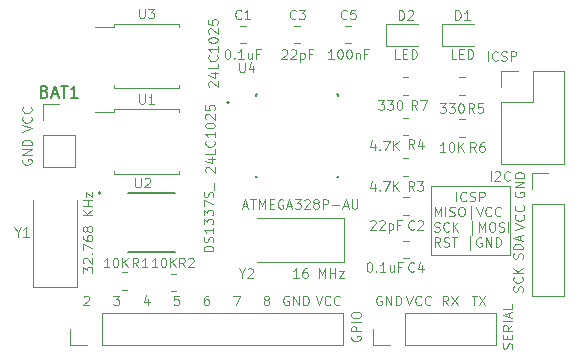
<source format=gto>
%TF.GenerationSoftware,KiCad,Pcbnew,9.0.5*%
%TF.CreationDate,2025-10-31T12:22:54+09:00*%
%TF.ProjectId,MCU_Datalogger,4d43555f-4461-4746-916c-6f676765722e,1*%
%TF.SameCoordinates,Original*%
%TF.FileFunction,Legend,Top*%
%TF.FilePolarity,Positive*%
%FSLAX46Y46*%
G04 Gerber Fmt 4.6, Leading zero omitted, Abs format (unit mm)*
G04 Created by KiCad (PCBNEW 9.0.5) date 2025-10-31 12:22:54*
%MOMM*%
%LPD*%
G01*
G04 APERTURE LIST*
%ADD10C,0.100000*%
%ADD11C,0.150000*%
%ADD12C,0.120000*%
%ADD13C,0.127000*%
%ADD14C,0.200000*%
G04 APERTURE END LIST*
D10*
X173101000Y-74930000D02*
X179832000Y-74930000D01*
X179832000Y-80772000D01*
X173101000Y-80772000D01*
X173101000Y-74930000D01*
X156390074Y-84186895D02*
X156923408Y-84186895D01*
X156923408Y-84186895D02*
X156580550Y-84986895D01*
X176544979Y-84186895D02*
X177002122Y-84186895D01*
X176773550Y-84986895D02*
X176773550Y-84186895D01*
X177192598Y-84186895D02*
X177725932Y-84986895D01*
X177725932Y-84186895D02*
X177192598Y-84986895D01*
X161076312Y-84224990D02*
X161000122Y-84186895D01*
X161000122Y-84186895D02*
X160885836Y-84186895D01*
X160885836Y-84186895D02*
X160771550Y-84224990D01*
X160771550Y-84224990D02*
X160695360Y-84301180D01*
X160695360Y-84301180D02*
X160657265Y-84377371D01*
X160657265Y-84377371D02*
X160619169Y-84529752D01*
X160619169Y-84529752D02*
X160619169Y-84644038D01*
X160619169Y-84644038D02*
X160657265Y-84796419D01*
X160657265Y-84796419D02*
X160695360Y-84872609D01*
X160695360Y-84872609D02*
X160771550Y-84948800D01*
X160771550Y-84948800D02*
X160885836Y-84986895D01*
X160885836Y-84986895D02*
X160962027Y-84986895D01*
X160962027Y-84986895D02*
X161076312Y-84948800D01*
X161076312Y-84948800D02*
X161114408Y-84910704D01*
X161114408Y-84910704D02*
X161114408Y-84644038D01*
X161114408Y-84644038D02*
X160962027Y-84644038D01*
X161457265Y-84986895D02*
X161457265Y-84186895D01*
X161457265Y-84186895D02*
X161914408Y-84986895D01*
X161914408Y-84986895D02*
X161914408Y-84186895D01*
X162295360Y-84986895D02*
X162295360Y-84186895D01*
X162295360Y-84186895D02*
X162485836Y-84186895D01*
X162485836Y-84186895D02*
X162600122Y-84224990D01*
X162600122Y-84224990D02*
X162676312Y-84301180D01*
X162676312Y-84301180D02*
X162714407Y-84377371D01*
X162714407Y-84377371D02*
X162752503Y-84529752D01*
X162752503Y-84529752D02*
X162752503Y-84644038D01*
X162752503Y-84644038D02*
X162714407Y-84796419D01*
X162714407Y-84796419D02*
X162676312Y-84872609D01*
X162676312Y-84872609D02*
X162600122Y-84948800D01*
X162600122Y-84948800D02*
X162485836Y-84986895D01*
X162485836Y-84986895D02*
X162295360Y-84986895D01*
X180833800Y-83855830D02*
X180871895Y-83741544D01*
X180871895Y-83741544D02*
X180871895Y-83551068D01*
X180871895Y-83551068D02*
X180833800Y-83474877D01*
X180833800Y-83474877D02*
X180795704Y-83436782D01*
X180795704Y-83436782D02*
X180719514Y-83398687D01*
X180719514Y-83398687D02*
X180643323Y-83398687D01*
X180643323Y-83398687D02*
X180567133Y-83436782D01*
X180567133Y-83436782D02*
X180529038Y-83474877D01*
X180529038Y-83474877D02*
X180490942Y-83551068D01*
X180490942Y-83551068D02*
X180452847Y-83703449D01*
X180452847Y-83703449D02*
X180414752Y-83779639D01*
X180414752Y-83779639D02*
X180376657Y-83817734D01*
X180376657Y-83817734D02*
X180300466Y-83855830D01*
X180300466Y-83855830D02*
X180224276Y-83855830D01*
X180224276Y-83855830D02*
X180148085Y-83817734D01*
X180148085Y-83817734D02*
X180109990Y-83779639D01*
X180109990Y-83779639D02*
X180071895Y-83703449D01*
X180071895Y-83703449D02*
X180071895Y-83512972D01*
X180071895Y-83512972D02*
X180109990Y-83398687D01*
X180795704Y-82598686D02*
X180833800Y-82636782D01*
X180833800Y-82636782D02*
X180871895Y-82751067D01*
X180871895Y-82751067D02*
X180871895Y-82827258D01*
X180871895Y-82827258D02*
X180833800Y-82941544D01*
X180833800Y-82941544D02*
X180757609Y-83017734D01*
X180757609Y-83017734D02*
X180681419Y-83055829D01*
X180681419Y-83055829D02*
X180529038Y-83093925D01*
X180529038Y-83093925D02*
X180414752Y-83093925D01*
X180414752Y-83093925D02*
X180262371Y-83055829D01*
X180262371Y-83055829D02*
X180186180Y-83017734D01*
X180186180Y-83017734D02*
X180109990Y-82941544D01*
X180109990Y-82941544D02*
X180071895Y-82827258D01*
X180071895Y-82827258D02*
X180071895Y-82751067D01*
X180071895Y-82751067D02*
X180109990Y-82636782D01*
X180109990Y-82636782D02*
X180148085Y-82598686D01*
X180871895Y-82255829D02*
X180071895Y-82255829D01*
X180871895Y-81798686D02*
X180414752Y-82141544D01*
X180071895Y-81798686D02*
X180529038Y-82255829D01*
X146230074Y-84186895D02*
X146725312Y-84186895D01*
X146725312Y-84186895D02*
X146458646Y-84491657D01*
X146458646Y-84491657D02*
X146572931Y-84491657D01*
X146572931Y-84491657D02*
X146649122Y-84529752D01*
X146649122Y-84529752D02*
X146687217Y-84567847D01*
X146687217Y-84567847D02*
X146725312Y-84644038D01*
X146725312Y-84644038D02*
X146725312Y-84834514D01*
X146725312Y-84834514D02*
X146687217Y-84910704D01*
X146687217Y-84910704D02*
X146649122Y-84948800D01*
X146649122Y-84948800D02*
X146572931Y-84986895D01*
X146572931Y-84986895D02*
X146344360Y-84986895D01*
X146344360Y-84986895D02*
X146268169Y-84948800D01*
X146268169Y-84948800D02*
X146230074Y-84910704D01*
X151767217Y-84186895D02*
X151386265Y-84186895D01*
X151386265Y-84186895D02*
X151348169Y-84567847D01*
X151348169Y-84567847D02*
X151386265Y-84529752D01*
X151386265Y-84529752D02*
X151462455Y-84491657D01*
X151462455Y-84491657D02*
X151652931Y-84491657D01*
X151652931Y-84491657D02*
X151729122Y-84529752D01*
X151729122Y-84529752D02*
X151767217Y-84567847D01*
X151767217Y-84567847D02*
X151805312Y-84644038D01*
X151805312Y-84644038D02*
X151805312Y-84834514D01*
X151805312Y-84834514D02*
X151767217Y-84910704D01*
X151767217Y-84910704D02*
X151729122Y-84948800D01*
X151729122Y-84948800D02*
X151652931Y-84986895D01*
X151652931Y-84986895D02*
X151462455Y-84986895D01*
X151462455Y-84986895D02*
X151386265Y-84948800D01*
X151386265Y-84948800D02*
X151348169Y-84910704D01*
X180198895Y-78598020D02*
X180998895Y-78331353D01*
X180998895Y-78331353D02*
X180198895Y-78064687D01*
X180922704Y-77340877D02*
X180960800Y-77378973D01*
X180960800Y-77378973D02*
X180998895Y-77493258D01*
X180998895Y-77493258D02*
X180998895Y-77569449D01*
X180998895Y-77569449D02*
X180960800Y-77683735D01*
X180960800Y-77683735D02*
X180884609Y-77759925D01*
X180884609Y-77759925D02*
X180808419Y-77798020D01*
X180808419Y-77798020D02*
X180656038Y-77836116D01*
X180656038Y-77836116D02*
X180541752Y-77836116D01*
X180541752Y-77836116D02*
X180389371Y-77798020D01*
X180389371Y-77798020D02*
X180313180Y-77759925D01*
X180313180Y-77759925D02*
X180236990Y-77683735D01*
X180236990Y-77683735D02*
X180198895Y-77569449D01*
X180198895Y-77569449D02*
X180198895Y-77493258D01*
X180198895Y-77493258D02*
X180236990Y-77378973D01*
X180236990Y-77378973D02*
X180275085Y-77340877D01*
X180922704Y-76540877D02*
X180960800Y-76578973D01*
X180960800Y-76578973D02*
X180998895Y-76693258D01*
X180998895Y-76693258D02*
X180998895Y-76769449D01*
X180998895Y-76769449D02*
X180960800Y-76883735D01*
X180960800Y-76883735D02*
X180884609Y-76959925D01*
X180884609Y-76959925D02*
X180808419Y-76998020D01*
X180808419Y-76998020D02*
X180656038Y-77036116D01*
X180656038Y-77036116D02*
X180541752Y-77036116D01*
X180541752Y-77036116D02*
X180389371Y-76998020D01*
X180389371Y-76998020D02*
X180313180Y-76959925D01*
X180313180Y-76959925D02*
X180236990Y-76883735D01*
X180236990Y-76883735D02*
X180198895Y-76769449D01*
X180198895Y-76769449D02*
X180198895Y-76693258D01*
X180198895Y-76693258D02*
X180236990Y-76578973D01*
X180236990Y-76578973D02*
X180275085Y-76540877D01*
X175249337Y-76170030D02*
X175249337Y-75370030D01*
X176087432Y-76093839D02*
X176049336Y-76131935D01*
X176049336Y-76131935D02*
X175935051Y-76170030D01*
X175935051Y-76170030D02*
X175858860Y-76170030D01*
X175858860Y-76170030D02*
X175744574Y-76131935D01*
X175744574Y-76131935D02*
X175668384Y-76055744D01*
X175668384Y-76055744D02*
X175630289Y-75979554D01*
X175630289Y-75979554D02*
X175592193Y-75827173D01*
X175592193Y-75827173D02*
X175592193Y-75712887D01*
X175592193Y-75712887D02*
X175630289Y-75560506D01*
X175630289Y-75560506D02*
X175668384Y-75484315D01*
X175668384Y-75484315D02*
X175744574Y-75408125D01*
X175744574Y-75408125D02*
X175858860Y-75370030D01*
X175858860Y-75370030D02*
X175935051Y-75370030D01*
X175935051Y-75370030D02*
X176049336Y-75408125D01*
X176049336Y-75408125D02*
X176087432Y-75446220D01*
X176392193Y-76131935D02*
X176506479Y-76170030D01*
X176506479Y-76170030D02*
X176696955Y-76170030D01*
X176696955Y-76170030D02*
X176773146Y-76131935D01*
X176773146Y-76131935D02*
X176811241Y-76093839D01*
X176811241Y-76093839D02*
X176849336Y-76017649D01*
X176849336Y-76017649D02*
X176849336Y-75941458D01*
X176849336Y-75941458D02*
X176811241Y-75865268D01*
X176811241Y-75865268D02*
X176773146Y-75827173D01*
X176773146Y-75827173D02*
X176696955Y-75789077D01*
X176696955Y-75789077D02*
X176544574Y-75750982D01*
X176544574Y-75750982D02*
X176468384Y-75712887D01*
X176468384Y-75712887D02*
X176430289Y-75674792D01*
X176430289Y-75674792D02*
X176392193Y-75598601D01*
X176392193Y-75598601D02*
X176392193Y-75522411D01*
X176392193Y-75522411D02*
X176430289Y-75446220D01*
X176430289Y-75446220D02*
X176468384Y-75408125D01*
X176468384Y-75408125D02*
X176544574Y-75370030D01*
X176544574Y-75370030D02*
X176735051Y-75370030D01*
X176735051Y-75370030D02*
X176849336Y-75408125D01*
X177192194Y-76170030D02*
X177192194Y-75370030D01*
X177192194Y-75370030D02*
X177496956Y-75370030D01*
X177496956Y-75370030D02*
X177573146Y-75408125D01*
X177573146Y-75408125D02*
X177611241Y-75446220D01*
X177611241Y-75446220D02*
X177649337Y-75522411D01*
X177649337Y-75522411D02*
X177649337Y-75636696D01*
X177649337Y-75636696D02*
X177611241Y-75712887D01*
X177611241Y-75712887D02*
X177573146Y-75750982D01*
X177573146Y-75750982D02*
X177496956Y-75789077D01*
X177496956Y-75789077D02*
X177192194Y-75789077D01*
X173420765Y-77457985D02*
X173420765Y-76657985D01*
X173420765Y-76657985D02*
X173687431Y-77229413D01*
X173687431Y-77229413D02*
X173954098Y-76657985D01*
X173954098Y-76657985D02*
X173954098Y-77457985D01*
X174335051Y-77457985D02*
X174335051Y-76657985D01*
X174677907Y-77419890D02*
X174792193Y-77457985D01*
X174792193Y-77457985D02*
X174982669Y-77457985D01*
X174982669Y-77457985D02*
X175058860Y-77419890D01*
X175058860Y-77419890D02*
X175096955Y-77381794D01*
X175096955Y-77381794D02*
X175135050Y-77305604D01*
X175135050Y-77305604D02*
X175135050Y-77229413D01*
X175135050Y-77229413D02*
X175096955Y-77153223D01*
X175096955Y-77153223D02*
X175058860Y-77115128D01*
X175058860Y-77115128D02*
X174982669Y-77077032D01*
X174982669Y-77077032D02*
X174830288Y-77038937D01*
X174830288Y-77038937D02*
X174754098Y-77000842D01*
X174754098Y-77000842D02*
X174716003Y-76962747D01*
X174716003Y-76962747D02*
X174677907Y-76886556D01*
X174677907Y-76886556D02*
X174677907Y-76810366D01*
X174677907Y-76810366D02*
X174716003Y-76734175D01*
X174716003Y-76734175D02*
X174754098Y-76696080D01*
X174754098Y-76696080D02*
X174830288Y-76657985D01*
X174830288Y-76657985D02*
X175020765Y-76657985D01*
X175020765Y-76657985D02*
X175135050Y-76696080D01*
X175630289Y-76657985D02*
X175782670Y-76657985D01*
X175782670Y-76657985D02*
X175858860Y-76696080D01*
X175858860Y-76696080D02*
X175935051Y-76772270D01*
X175935051Y-76772270D02*
X175973146Y-76924651D01*
X175973146Y-76924651D02*
X175973146Y-77191318D01*
X175973146Y-77191318D02*
X175935051Y-77343699D01*
X175935051Y-77343699D02*
X175858860Y-77419890D01*
X175858860Y-77419890D02*
X175782670Y-77457985D01*
X175782670Y-77457985D02*
X175630289Y-77457985D01*
X175630289Y-77457985D02*
X175554098Y-77419890D01*
X175554098Y-77419890D02*
X175477908Y-77343699D01*
X175477908Y-77343699D02*
X175439812Y-77191318D01*
X175439812Y-77191318D02*
X175439812Y-76924651D01*
X175439812Y-76924651D02*
X175477908Y-76772270D01*
X175477908Y-76772270D02*
X175554098Y-76696080D01*
X175554098Y-76696080D02*
X175630289Y-76657985D01*
X176506479Y-77724651D02*
X176506479Y-76581794D01*
X176963622Y-76657985D02*
X177230289Y-77457985D01*
X177230289Y-77457985D02*
X177496955Y-76657985D01*
X178220765Y-77381794D02*
X178182669Y-77419890D01*
X178182669Y-77419890D02*
X178068384Y-77457985D01*
X178068384Y-77457985D02*
X177992193Y-77457985D01*
X177992193Y-77457985D02*
X177877907Y-77419890D01*
X177877907Y-77419890D02*
X177801717Y-77343699D01*
X177801717Y-77343699D02*
X177763622Y-77267509D01*
X177763622Y-77267509D02*
X177725526Y-77115128D01*
X177725526Y-77115128D02*
X177725526Y-77000842D01*
X177725526Y-77000842D02*
X177763622Y-76848461D01*
X177763622Y-76848461D02*
X177801717Y-76772270D01*
X177801717Y-76772270D02*
X177877907Y-76696080D01*
X177877907Y-76696080D02*
X177992193Y-76657985D01*
X177992193Y-76657985D02*
X178068384Y-76657985D01*
X178068384Y-76657985D02*
X178182669Y-76696080D01*
X178182669Y-76696080D02*
X178220765Y-76734175D01*
X179020765Y-77381794D02*
X178982669Y-77419890D01*
X178982669Y-77419890D02*
X178868384Y-77457985D01*
X178868384Y-77457985D02*
X178792193Y-77457985D01*
X178792193Y-77457985D02*
X178677907Y-77419890D01*
X178677907Y-77419890D02*
X178601717Y-77343699D01*
X178601717Y-77343699D02*
X178563622Y-77267509D01*
X178563622Y-77267509D02*
X178525526Y-77115128D01*
X178525526Y-77115128D02*
X178525526Y-77000842D01*
X178525526Y-77000842D02*
X178563622Y-76848461D01*
X178563622Y-76848461D02*
X178601717Y-76772270D01*
X178601717Y-76772270D02*
X178677907Y-76696080D01*
X178677907Y-76696080D02*
X178792193Y-76657985D01*
X178792193Y-76657985D02*
X178868384Y-76657985D01*
X178868384Y-76657985D02*
X178982669Y-76696080D01*
X178982669Y-76696080D02*
X179020765Y-76734175D01*
X173382669Y-78707845D02*
X173496955Y-78745940D01*
X173496955Y-78745940D02*
X173687431Y-78745940D01*
X173687431Y-78745940D02*
X173763622Y-78707845D01*
X173763622Y-78707845D02*
X173801717Y-78669749D01*
X173801717Y-78669749D02*
X173839812Y-78593559D01*
X173839812Y-78593559D02*
X173839812Y-78517368D01*
X173839812Y-78517368D02*
X173801717Y-78441178D01*
X173801717Y-78441178D02*
X173763622Y-78403083D01*
X173763622Y-78403083D02*
X173687431Y-78364987D01*
X173687431Y-78364987D02*
X173535050Y-78326892D01*
X173535050Y-78326892D02*
X173458860Y-78288797D01*
X173458860Y-78288797D02*
X173420765Y-78250702D01*
X173420765Y-78250702D02*
X173382669Y-78174511D01*
X173382669Y-78174511D02*
X173382669Y-78098321D01*
X173382669Y-78098321D02*
X173420765Y-78022130D01*
X173420765Y-78022130D02*
X173458860Y-77984035D01*
X173458860Y-77984035D02*
X173535050Y-77945940D01*
X173535050Y-77945940D02*
X173725527Y-77945940D01*
X173725527Y-77945940D02*
X173839812Y-77984035D01*
X174639813Y-78669749D02*
X174601717Y-78707845D01*
X174601717Y-78707845D02*
X174487432Y-78745940D01*
X174487432Y-78745940D02*
X174411241Y-78745940D01*
X174411241Y-78745940D02*
X174296955Y-78707845D01*
X174296955Y-78707845D02*
X174220765Y-78631654D01*
X174220765Y-78631654D02*
X174182670Y-78555464D01*
X174182670Y-78555464D02*
X174144574Y-78403083D01*
X174144574Y-78403083D02*
X174144574Y-78288797D01*
X174144574Y-78288797D02*
X174182670Y-78136416D01*
X174182670Y-78136416D02*
X174220765Y-78060225D01*
X174220765Y-78060225D02*
X174296955Y-77984035D01*
X174296955Y-77984035D02*
X174411241Y-77945940D01*
X174411241Y-77945940D02*
X174487432Y-77945940D01*
X174487432Y-77945940D02*
X174601717Y-77984035D01*
X174601717Y-77984035D02*
X174639813Y-78022130D01*
X174982670Y-78745940D02*
X174982670Y-77945940D01*
X175439813Y-78745940D02*
X175096955Y-78288797D01*
X175439813Y-77945940D02*
X174982670Y-78403083D01*
X176582670Y-79012606D02*
X176582670Y-77869749D01*
X177154099Y-78745940D02*
X177154099Y-77945940D01*
X177154099Y-77945940D02*
X177420765Y-78517368D01*
X177420765Y-78517368D02*
X177687432Y-77945940D01*
X177687432Y-77945940D02*
X177687432Y-78745940D01*
X178220766Y-77945940D02*
X178373147Y-77945940D01*
X178373147Y-77945940D02*
X178449337Y-77984035D01*
X178449337Y-77984035D02*
X178525528Y-78060225D01*
X178525528Y-78060225D02*
X178563623Y-78212606D01*
X178563623Y-78212606D02*
X178563623Y-78479273D01*
X178563623Y-78479273D02*
X178525528Y-78631654D01*
X178525528Y-78631654D02*
X178449337Y-78707845D01*
X178449337Y-78707845D02*
X178373147Y-78745940D01*
X178373147Y-78745940D02*
X178220766Y-78745940D01*
X178220766Y-78745940D02*
X178144575Y-78707845D01*
X178144575Y-78707845D02*
X178068385Y-78631654D01*
X178068385Y-78631654D02*
X178030289Y-78479273D01*
X178030289Y-78479273D02*
X178030289Y-78212606D01*
X178030289Y-78212606D02*
X178068385Y-78060225D01*
X178068385Y-78060225D02*
X178144575Y-77984035D01*
X178144575Y-77984035D02*
X178220766Y-77945940D01*
X178868384Y-78707845D02*
X178982670Y-78745940D01*
X178982670Y-78745940D02*
X179173146Y-78745940D01*
X179173146Y-78745940D02*
X179249337Y-78707845D01*
X179249337Y-78707845D02*
X179287432Y-78669749D01*
X179287432Y-78669749D02*
X179325527Y-78593559D01*
X179325527Y-78593559D02*
X179325527Y-78517368D01*
X179325527Y-78517368D02*
X179287432Y-78441178D01*
X179287432Y-78441178D02*
X179249337Y-78403083D01*
X179249337Y-78403083D02*
X179173146Y-78364987D01*
X179173146Y-78364987D02*
X179020765Y-78326892D01*
X179020765Y-78326892D02*
X178944575Y-78288797D01*
X178944575Y-78288797D02*
X178906480Y-78250702D01*
X178906480Y-78250702D02*
X178868384Y-78174511D01*
X178868384Y-78174511D02*
X178868384Y-78098321D01*
X178868384Y-78098321D02*
X178906480Y-78022130D01*
X178906480Y-78022130D02*
X178944575Y-77984035D01*
X178944575Y-77984035D02*
X179020765Y-77945940D01*
X179020765Y-77945940D02*
X179211242Y-77945940D01*
X179211242Y-77945940D02*
X179325527Y-77984035D01*
X179668385Y-78745940D02*
X179668385Y-77945940D01*
X173877908Y-80033895D02*
X173611241Y-79652942D01*
X173420765Y-80033895D02*
X173420765Y-79233895D01*
X173420765Y-79233895D02*
X173725527Y-79233895D01*
X173725527Y-79233895D02*
X173801717Y-79271990D01*
X173801717Y-79271990D02*
X173839812Y-79310085D01*
X173839812Y-79310085D02*
X173877908Y-79386276D01*
X173877908Y-79386276D02*
X173877908Y-79500561D01*
X173877908Y-79500561D02*
X173839812Y-79576752D01*
X173839812Y-79576752D02*
X173801717Y-79614847D01*
X173801717Y-79614847D02*
X173725527Y-79652942D01*
X173725527Y-79652942D02*
X173420765Y-79652942D01*
X174182669Y-79995800D02*
X174296955Y-80033895D01*
X174296955Y-80033895D02*
X174487431Y-80033895D01*
X174487431Y-80033895D02*
X174563622Y-79995800D01*
X174563622Y-79995800D02*
X174601717Y-79957704D01*
X174601717Y-79957704D02*
X174639812Y-79881514D01*
X174639812Y-79881514D02*
X174639812Y-79805323D01*
X174639812Y-79805323D02*
X174601717Y-79729133D01*
X174601717Y-79729133D02*
X174563622Y-79691038D01*
X174563622Y-79691038D02*
X174487431Y-79652942D01*
X174487431Y-79652942D02*
X174335050Y-79614847D01*
X174335050Y-79614847D02*
X174258860Y-79576752D01*
X174258860Y-79576752D02*
X174220765Y-79538657D01*
X174220765Y-79538657D02*
X174182669Y-79462466D01*
X174182669Y-79462466D02*
X174182669Y-79386276D01*
X174182669Y-79386276D02*
X174220765Y-79310085D01*
X174220765Y-79310085D02*
X174258860Y-79271990D01*
X174258860Y-79271990D02*
X174335050Y-79233895D01*
X174335050Y-79233895D02*
X174525527Y-79233895D01*
X174525527Y-79233895D02*
X174639812Y-79271990D01*
X174868384Y-79233895D02*
X175325527Y-79233895D01*
X175096955Y-80033895D02*
X175096955Y-79233895D01*
X176392194Y-80300561D02*
X176392194Y-79157704D01*
X177382670Y-79271990D02*
X177306480Y-79233895D01*
X177306480Y-79233895D02*
X177192194Y-79233895D01*
X177192194Y-79233895D02*
X177077908Y-79271990D01*
X177077908Y-79271990D02*
X177001718Y-79348180D01*
X177001718Y-79348180D02*
X176963623Y-79424371D01*
X176963623Y-79424371D02*
X176925527Y-79576752D01*
X176925527Y-79576752D02*
X176925527Y-79691038D01*
X176925527Y-79691038D02*
X176963623Y-79843419D01*
X176963623Y-79843419D02*
X177001718Y-79919609D01*
X177001718Y-79919609D02*
X177077908Y-79995800D01*
X177077908Y-79995800D02*
X177192194Y-80033895D01*
X177192194Y-80033895D02*
X177268385Y-80033895D01*
X177268385Y-80033895D02*
X177382670Y-79995800D01*
X177382670Y-79995800D02*
X177420766Y-79957704D01*
X177420766Y-79957704D02*
X177420766Y-79691038D01*
X177420766Y-79691038D02*
X177268385Y-79691038D01*
X177763623Y-80033895D02*
X177763623Y-79233895D01*
X177763623Y-79233895D02*
X178220766Y-80033895D01*
X178220766Y-80033895D02*
X178220766Y-79233895D01*
X178601718Y-80033895D02*
X178601718Y-79233895D01*
X178601718Y-79233895D02*
X178792194Y-79233895D01*
X178792194Y-79233895D02*
X178906480Y-79271990D01*
X178906480Y-79271990D02*
X178982670Y-79348180D01*
X178982670Y-79348180D02*
X179020765Y-79424371D01*
X179020765Y-79424371D02*
X179058861Y-79576752D01*
X179058861Y-79576752D02*
X179058861Y-79691038D01*
X179058861Y-79691038D02*
X179020765Y-79843419D01*
X179020765Y-79843419D02*
X178982670Y-79919609D01*
X178982670Y-79919609D02*
X178906480Y-79995800D01*
X178906480Y-79995800D02*
X178792194Y-80033895D01*
X178792194Y-80033895D02*
X178601718Y-80033895D01*
X179944800Y-88681830D02*
X179982895Y-88567544D01*
X179982895Y-88567544D02*
X179982895Y-88377068D01*
X179982895Y-88377068D02*
X179944800Y-88300877D01*
X179944800Y-88300877D02*
X179906704Y-88262782D01*
X179906704Y-88262782D02*
X179830514Y-88224687D01*
X179830514Y-88224687D02*
X179754323Y-88224687D01*
X179754323Y-88224687D02*
X179678133Y-88262782D01*
X179678133Y-88262782D02*
X179640038Y-88300877D01*
X179640038Y-88300877D02*
X179601942Y-88377068D01*
X179601942Y-88377068D02*
X179563847Y-88529449D01*
X179563847Y-88529449D02*
X179525752Y-88605639D01*
X179525752Y-88605639D02*
X179487657Y-88643734D01*
X179487657Y-88643734D02*
X179411466Y-88681830D01*
X179411466Y-88681830D02*
X179335276Y-88681830D01*
X179335276Y-88681830D02*
X179259085Y-88643734D01*
X179259085Y-88643734D02*
X179220990Y-88605639D01*
X179220990Y-88605639D02*
X179182895Y-88529449D01*
X179182895Y-88529449D02*
X179182895Y-88338972D01*
X179182895Y-88338972D02*
X179220990Y-88224687D01*
X179563847Y-87881829D02*
X179563847Y-87615163D01*
X179982895Y-87500877D02*
X179982895Y-87881829D01*
X179982895Y-87881829D02*
X179182895Y-87881829D01*
X179182895Y-87881829D02*
X179182895Y-87500877D01*
X179982895Y-86700876D02*
X179601942Y-86967543D01*
X179982895Y-87158019D02*
X179182895Y-87158019D01*
X179182895Y-87158019D02*
X179182895Y-86853257D01*
X179182895Y-86853257D02*
X179220990Y-86777067D01*
X179220990Y-86777067D02*
X179259085Y-86738972D01*
X179259085Y-86738972D02*
X179335276Y-86700876D01*
X179335276Y-86700876D02*
X179449561Y-86700876D01*
X179449561Y-86700876D02*
X179525752Y-86738972D01*
X179525752Y-86738972D02*
X179563847Y-86777067D01*
X179563847Y-86777067D02*
X179601942Y-86853257D01*
X179601942Y-86853257D02*
X179601942Y-87158019D01*
X179982895Y-86358019D02*
X179182895Y-86358019D01*
X179754323Y-86015163D02*
X179754323Y-85634210D01*
X179982895Y-86091353D02*
X179182895Y-85824686D01*
X179182895Y-85824686D02*
X179982895Y-85558020D01*
X179982895Y-84910401D02*
X179982895Y-85291353D01*
X179982895Y-85291353D02*
X179182895Y-85291353D01*
X143728169Y-84263085D02*
X143766265Y-84224990D01*
X143766265Y-84224990D02*
X143842455Y-84186895D01*
X143842455Y-84186895D02*
X144032931Y-84186895D01*
X144032931Y-84186895D02*
X144109122Y-84224990D01*
X144109122Y-84224990D02*
X144147217Y-84263085D01*
X144147217Y-84263085D02*
X144185312Y-84339276D01*
X144185312Y-84339276D02*
X144185312Y-84415466D01*
X144185312Y-84415466D02*
X144147217Y-84529752D01*
X144147217Y-84529752D02*
X143690074Y-84986895D01*
X143690074Y-84986895D02*
X144185312Y-84986895D01*
X171018979Y-84186895D02*
X171285646Y-84986895D01*
X171285646Y-84986895D02*
X171552312Y-84186895D01*
X172276122Y-84910704D02*
X172238026Y-84948800D01*
X172238026Y-84948800D02*
X172123741Y-84986895D01*
X172123741Y-84986895D02*
X172047550Y-84986895D01*
X172047550Y-84986895D02*
X171933264Y-84948800D01*
X171933264Y-84948800D02*
X171857074Y-84872609D01*
X171857074Y-84872609D02*
X171818979Y-84796419D01*
X171818979Y-84796419D02*
X171780883Y-84644038D01*
X171780883Y-84644038D02*
X171780883Y-84529752D01*
X171780883Y-84529752D02*
X171818979Y-84377371D01*
X171818979Y-84377371D02*
X171857074Y-84301180D01*
X171857074Y-84301180D02*
X171933264Y-84224990D01*
X171933264Y-84224990D02*
X172047550Y-84186895D01*
X172047550Y-84186895D02*
X172123741Y-84186895D01*
X172123741Y-84186895D02*
X172238026Y-84224990D01*
X172238026Y-84224990D02*
X172276122Y-84263085D01*
X173076122Y-84910704D02*
X173038026Y-84948800D01*
X173038026Y-84948800D02*
X172923741Y-84986895D01*
X172923741Y-84986895D02*
X172847550Y-84986895D01*
X172847550Y-84986895D02*
X172733264Y-84948800D01*
X172733264Y-84948800D02*
X172657074Y-84872609D01*
X172657074Y-84872609D02*
X172618979Y-84796419D01*
X172618979Y-84796419D02*
X172580883Y-84644038D01*
X172580883Y-84644038D02*
X172580883Y-84529752D01*
X172580883Y-84529752D02*
X172618979Y-84377371D01*
X172618979Y-84377371D02*
X172657074Y-84301180D01*
X172657074Y-84301180D02*
X172733264Y-84224990D01*
X172733264Y-84224990D02*
X172847550Y-84186895D01*
X172847550Y-84186895D02*
X172923741Y-84186895D01*
X172923741Y-84186895D02*
X173038026Y-84224990D01*
X173038026Y-84224990D02*
X173076122Y-84263085D01*
X177929265Y-64285895D02*
X177929265Y-63485895D01*
X178767360Y-64209704D02*
X178729264Y-64247800D01*
X178729264Y-64247800D02*
X178614979Y-64285895D01*
X178614979Y-64285895D02*
X178538788Y-64285895D01*
X178538788Y-64285895D02*
X178424502Y-64247800D01*
X178424502Y-64247800D02*
X178348312Y-64171609D01*
X178348312Y-64171609D02*
X178310217Y-64095419D01*
X178310217Y-64095419D02*
X178272121Y-63943038D01*
X178272121Y-63943038D02*
X178272121Y-63828752D01*
X178272121Y-63828752D02*
X178310217Y-63676371D01*
X178310217Y-63676371D02*
X178348312Y-63600180D01*
X178348312Y-63600180D02*
X178424502Y-63523990D01*
X178424502Y-63523990D02*
X178538788Y-63485895D01*
X178538788Y-63485895D02*
X178614979Y-63485895D01*
X178614979Y-63485895D02*
X178729264Y-63523990D01*
X178729264Y-63523990D02*
X178767360Y-63562085D01*
X179072121Y-64247800D02*
X179186407Y-64285895D01*
X179186407Y-64285895D02*
X179376883Y-64285895D01*
X179376883Y-64285895D02*
X179453074Y-64247800D01*
X179453074Y-64247800D02*
X179491169Y-64209704D01*
X179491169Y-64209704D02*
X179529264Y-64133514D01*
X179529264Y-64133514D02*
X179529264Y-64057323D01*
X179529264Y-64057323D02*
X179491169Y-63981133D01*
X179491169Y-63981133D02*
X179453074Y-63943038D01*
X179453074Y-63943038D02*
X179376883Y-63904942D01*
X179376883Y-63904942D02*
X179224502Y-63866847D01*
X179224502Y-63866847D02*
X179148312Y-63828752D01*
X179148312Y-63828752D02*
X179110217Y-63790657D01*
X179110217Y-63790657D02*
X179072121Y-63714466D01*
X179072121Y-63714466D02*
X179072121Y-63638276D01*
X179072121Y-63638276D02*
X179110217Y-63562085D01*
X179110217Y-63562085D02*
X179148312Y-63523990D01*
X179148312Y-63523990D02*
X179224502Y-63485895D01*
X179224502Y-63485895D02*
X179414979Y-63485895D01*
X179414979Y-63485895D02*
X179529264Y-63523990D01*
X179872122Y-64285895D02*
X179872122Y-63485895D01*
X179872122Y-63485895D02*
X180176884Y-63485895D01*
X180176884Y-63485895D02*
X180253074Y-63523990D01*
X180253074Y-63523990D02*
X180291169Y-63562085D01*
X180291169Y-63562085D02*
X180329265Y-63638276D01*
X180329265Y-63638276D02*
X180329265Y-63752561D01*
X180329265Y-63752561D02*
X180291169Y-63828752D01*
X180291169Y-63828752D02*
X180253074Y-63866847D01*
X180253074Y-63866847D02*
X180176884Y-63904942D01*
X180176884Y-63904942D02*
X179872122Y-63904942D01*
X180833800Y-81061830D02*
X180871895Y-80947544D01*
X180871895Y-80947544D02*
X180871895Y-80757068D01*
X180871895Y-80757068D02*
X180833800Y-80680877D01*
X180833800Y-80680877D02*
X180795704Y-80642782D01*
X180795704Y-80642782D02*
X180719514Y-80604687D01*
X180719514Y-80604687D02*
X180643323Y-80604687D01*
X180643323Y-80604687D02*
X180567133Y-80642782D01*
X180567133Y-80642782D02*
X180529038Y-80680877D01*
X180529038Y-80680877D02*
X180490942Y-80757068D01*
X180490942Y-80757068D02*
X180452847Y-80909449D01*
X180452847Y-80909449D02*
X180414752Y-80985639D01*
X180414752Y-80985639D02*
X180376657Y-81023734D01*
X180376657Y-81023734D02*
X180300466Y-81061830D01*
X180300466Y-81061830D02*
X180224276Y-81061830D01*
X180224276Y-81061830D02*
X180148085Y-81023734D01*
X180148085Y-81023734D02*
X180109990Y-80985639D01*
X180109990Y-80985639D02*
X180071895Y-80909449D01*
X180071895Y-80909449D02*
X180071895Y-80718972D01*
X180071895Y-80718972D02*
X180109990Y-80604687D01*
X180871895Y-80261829D02*
X180071895Y-80261829D01*
X180071895Y-80261829D02*
X180071895Y-80071353D01*
X180071895Y-80071353D02*
X180109990Y-79957067D01*
X180109990Y-79957067D02*
X180186180Y-79880877D01*
X180186180Y-79880877D02*
X180262371Y-79842782D01*
X180262371Y-79842782D02*
X180414752Y-79804686D01*
X180414752Y-79804686D02*
X180529038Y-79804686D01*
X180529038Y-79804686D02*
X180681419Y-79842782D01*
X180681419Y-79842782D02*
X180757609Y-79880877D01*
X180757609Y-79880877D02*
X180833800Y-79957067D01*
X180833800Y-79957067D02*
X180871895Y-80071353D01*
X180871895Y-80071353D02*
X180871895Y-80261829D01*
X180643323Y-79499925D02*
X180643323Y-79118972D01*
X180871895Y-79576115D02*
X180071895Y-79309448D01*
X180071895Y-79309448D02*
X180871895Y-79042782D01*
X178183265Y-74445895D02*
X178183265Y-73645895D01*
X178526121Y-73722085D02*
X178564217Y-73683990D01*
X178564217Y-73683990D02*
X178640407Y-73645895D01*
X178640407Y-73645895D02*
X178830883Y-73645895D01*
X178830883Y-73645895D02*
X178907074Y-73683990D01*
X178907074Y-73683990D02*
X178945169Y-73722085D01*
X178945169Y-73722085D02*
X178983264Y-73798276D01*
X178983264Y-73798276D02*
X178983264Y-73874466D01*
X178983264Y-73874466D02*
X178945169Y-73988752D01*
X178945169Y-73988752D02*
X178488026Y-74445895D01*
X178488026Y-74445895D02*
X178983264Y-74445895D01*
X179783265Y-74369704D02*
X179745169Y-74407800D01*
X179745169Y-74407800D02*
X179630884Y-74445895D01*
X179630884Y-74445895D02*
X179554693Y-74445895D01*
X179554693Y-74445895D02*
X179440407Y-74407800D01*
X179440407Y-74407800D02*
X179364217Y-74331609D01*
X179364217Y-74331609D02*
X179326122Y-74255419D01*
X179326122Y-74255419D02*
X179288026Y-74103038D01*
X179288026Y-74103038D02*
X179288026Y-73988752D01*
X179288026Y-73988752D02*
X179326122Y-73836371D01*
X179326122Y-73836371D02*
X179364217Y-73760180D01*
X179364217Y-73760180D02*
X179440407Y-73683990D01*
X179440407Y-73683990D02*
X179554693Y-73645895D01*
X179554693Y-73645895D02*
X179630884Y-73645895D01*
X179630884Y-73645895D02*
X179745169Y-73683990D01*
X179745169Y-73683990D02*
X179783265Y-73722085D01*
X168920600Y-84224990D02*
X168844410Y-84186895D01*
X168844410Y-84186895D02*
X168730124Y-84186895D01*
X168730124Y-84186895D02*
X168615838Y-84224990D01*
X168615838Y-84224990D02*
X168539648Y-84301180D01*
X168539648Y-84301180D02*
X168501553Y-84377371D01*
X168501553Y-84377371D02*
X168463457Y-84529752D01*
X168463457Y-84529752D02*
X168463457Y-84644038D01*
X168463457Y-84644038D02*
X168501553Y-84796419D01*
X168501553Y-84796419D02*
X168539648Y-84872609D01*
X168539648Y-84872609D02*
X168615838Y-84948800D01*
X168615838Y-84948800D02*
X168730124Y-84986895D01*
X168730124Y-84986895D02*
X168806315Y-84986895D01*
X168806315Y-84986895D02*
X168920600Y-84948800D01*
X168920600Y-84948800D02*
X168958696Y-84910704D01*
X168958696Y-84910704D02*
X168958696Y-84644038D01*
X168958696Y-84644038D02*
X168806315Y-84644038D01*
X169301553Y-84986895D02*
X169301553Y-84186895D01*
X169301553Y-84186895D02*
X169758696Y-84986895D01*
X169758696Y-84986895D02*
X169758696Y-84186895D01*
X170139648Y-84986895D02*
X170139648Y-84186895D01*
X170139648Y-84186895D02*
X170330124Y-84186895D01*
X170330124Y-84186895D02*
X170444410Y-84224990D01*
X170444410Y-84224990D02*
X170520600Y-84301180D01*
X170520600Y-84301180D02*
X170558695Y-84377371D01*
X170558695Y-84377371D02*
X170596791Y-84529752D01*
X170596791Y-84529752D02*
X170596791Y-84644038D01*
X170596791Y-84644038D02*
X170558695Y-84796419D01*
X170558695Y-84796419D02*
X170520600Y-84872609D01*
X170520600Y-84872609D02*
X170444410Y-84948800D01*
X170444410Y-84948800D02*
X170330124Y-84986895D01*
X170330124Y-84986895D02*
X170139648Y-84986895D01*
X163336979Y-84186895D02*
X163603646Y-84986895D01*
X163603646Y-84986895D02*
X163870312Y-84186895D01*
X164594122Y-84910704D02*
X164556026Y-84948800D01*
X164556026Y-84948800D02*
X164441741Y-84986895D01*
X164441741Y-84986895D02*
X164365550Y-84986895D01*
X164365550Y-84986895D02*
X164251264Y-84948800D01*
X164251264Y-84948800D02*
X164175074Y-84872609D01*
X164175074Y-84872609D02*
X164136979Y-84796419D01*
X164136979Y-84796419D02*
X164098883Y-84644038D01*
X164098883Y-84644038D02*
X164098883Y-84529752D01*
X164098883Y-84529752D02*
X164136979Y-84377371D01*
X164136979Y-84377371D02*
X164175074Y-84301180D01*
X164175074Y-84301180D02*
X164251264Y-84224990D01*
X164251264Y-84224990D02*
X164365550Y-84186895D01*
X164365550Y-84186895D02*
X164441741Y-84186895D01*
X164441741Y-84186895D02*
X164556026Y-84224990D01*
X164556026Y-84224990D02*
X164594122Y-84263085D01*
X165394122Y-84910704D02*
X165356026Y-84948800D01*
X165356026Y-84948800D02*
X165241741Y-84986895D01*
X165241741Y-84986895D02*
X165165550Y-84986895D01*
X165165550Y-84986895D02*
X165051264Y-84948800D01*
X165051264Y-84948800D02*
X164975074Y-84872609D01*
X164975074Y-84872609D02*
X164936979Y-84796419D01*
X164936979Y-84796419D02*
X164898883Y-84644038D01*
X164898883Y-84644038D02*
X164898883Y-84529752D01*
X164898883Y-84529752D02*
X164936979Y-84377371D01*
X164936979Y-84377371D02*
X164975074Y-84301180D01*
X164975074Y-84301180D02*
X165051264Y-84224990D01*
X165051264Y-84224990D02*
X165165550Y-84186895D01*
X165165550Y-84186895D02*
X165241741Y-84186895D01*
X165241741Y-84186895D02*
X165356026Y-84224990D01*
X165356026Y-84224990D02*
X165394122Y-84263085D01*
X138540990Y-72635469D02*
X138502895Y-72711659D01*
X138502895Y-72711659D02*
X138502895Y-72825945D01*
X138502895Y-72825945D02*
X138540990Y-72940231D01*
X138540990Y-72940231D02*
X138617180Y-73016421D01*
X138617180Y-73016421D02*
X138693371Y-73054516D01*
X138693371Y-73054516D02*
X138845752Y-73092612D01*
X138845752Y-73092612D02*
X138960038Y-73092612D01*
X138960038Y-73092612D02*
X139112419Y-73054516D01*
X139112419Y-73054516D02*
X139188609Y-73016421D01*
X139188609Y-73016421D02*
X139264800Y-72940231D01*
X139264800Y-72940231D02*
X139302895Y-72825945D01*
X139302895Y-72825945D02*
X139302895Y-72749754D01*
X139302895Y-72749754D02*
X139264800Y-72635469D01*
X139264800Y-72635469D02*
X139226704Y-72597373D01*
X139226704Y-72597373D02*
X138960038Y-72597373D01*
X138960038Y-72597373D02*
X138960038Y-72749754D01*
X139302895Y-72254516D02*
X138502895Y-72254516D01*
X138502895Y-72254516D02*
X139302895Y-71797373D01*
X139302895Y-71797373D02*
X138502895Y-71797373D01*
X139302895Y-71416421D02*
X138502895Y-71416421D01*
X138502895Y-71416421D02*
X138502895Y-71225945D01*
X138502895Y-71225945D02*
X138540990Y-71111659D01*
X138540990Y-71111659D02*
X138617180Y-71035469D01*
X138617180Y-71035469D02*
X138693371Y-70997374D01*
X138693371Y-70997374D02*
X138845752Y-70959278D01*
X138845752Y-70959278D02*
X138960038Y-70959278D01*
X138960038Y-70959278D02*
X139112419Y-70997374D01*
X139112419Y-70997374D02*
X139188609Y-71035469D01*
X139188609Y-71035469D02*
X139264800Y-71111659D01*
X139264800Y-71111659D02*
X139302895Y-71225945D01*
X139302895Y-71225945D02*
X139302895Y-71416421D01*
X180236990Y-75397687D02*
X180198895Y-75473877D01*
X180198895Y-75473877D02*
X180198895Y-75588163D01*
X180198895Y-75588163D02*
X180236990Y-75702449D01*
X180236990Y-75702449D02*
X180313180Y-75778639D01*
X180313180Y-75778639D02*
X180389371Y-75816734D01*
X180389371Y-75816734D02*
X180541752Y-75854830D01*
X180541752Y-75854830D02*
X180656038Y-75854830D01*
X180656038Y-75854830D02*
X180808419Y-75816734D01*
X180808419Y-75816734D02*
X180884609Y-75778639D01*
X180884609Y-75778639D02*
X180960800Y-75702449D01*
X180960800Y-75702449D02*
X180998895Y-75588163D01*
X180998895Y-75588163D02*
X180998895Y-75511972D01*
X180998895Y-75511972D02*
X180960800Y-75397687D01*
X180960800Y-75397687D02*
X180922704Y-75359591D01*
X180922704Y-75359591D02*
X180656038Y-75359591D01*
X180656038Y-75359591D02*
X180656038Y-75511972D01*
X180998895Y-75016734D02*
X180198895Y-75016734D01*
X180198895Y-75016734D02*
X180998895Y-74559591D01*
X180998895Y-74559591D02*
X180198895Y-74559591D01*
X180998895Y-74178639D02*
X180198895Y-74178639D01*
X180198895Y-74178639D02*
X180198895Y-73988163D01*
X180198895Y-73988163D02*
X180236990Y-73873877D01*
X180236990Y-73873877D02*
X180313180Y-73797687D01*
X180313180Y-73797687D02*
X180389371Y-73759592D01*
X180389371Y-73759592D02*
X180541752Y-73721496D01*
X180541752Y-73721496D02*
X180656038Y-73721496D01*
X180656038Y-73721496D02*
X180808419Y-73759592D01*
X180808419Y-73759592D02*
X180884609Y-73797687D01*
X180884609Y-73797687D02*
X180960800Y-73873877D01*
X180960800Y-73873877D02*
X180998895Y-73988163D01*
X180998895Y-73988163D02*
X180998895Y-74178639D01*
X166393990Y-87589687D02*
X166355895Y-87665877D01*
X166355895Y-87665877D02*
X166355895Y-87780163D01*
X166355895Y-87780163D02*
X166393990Y-87894449D01*
X166393990Y-87894449D02*
X166470180Y-87970639D01*
X166470180Y-87970639D02*
X166546371Y-88008734D01*
X166546371Y-88008734D02*
X166698752Y-88046830D01*
X166698752Y-88046830D02*
X166813038Y-88046830D01*
X166813038Y-88046830D02*
X166965419Y-88008734D01*
X166965419Y-88008734D02*
X167041609Y-87970639D01*
X167041609Y-87970639D02*
X167117800Y-87894449D01*
X167117800Y-87894449D02*
X167155895Y-87780163D01*
X167155895Y-87780163D02*
X167155895Y-87703972D01*
X167155895Y-87703972D02*
X167117800Y-87589687D01*
X167117800Y-87589687D02*
X167079704Y-87551591D01*
X167079704Y-87551591D02*
X166813038Y-87551591D01*
X166813038Y-87551591D02*
X166813038Y-87703972D01*
X167155895Y-87208734D02*
X166355895Y-87208734D01*
X166355895Y-87208734D02*
X166355895Y-86903972D01*
X166355895Y-86903972D02*
X166393990Y-86827782D01*
X166393990Y-86827782D02*
X166432085Y-86789687D01*
X166432085Y-86789687D02*
X166508276Y-86751591D01*
X166508276Y-86751591D02*
X166622561Y-86751591D01*
X166622561Y-86751591D02*
X166698752Y-86789687D01*
X166698752Y-86789687D02*
X166736847Y-86827782D01*
X166736847Y-86827782D02*
X166774942Y-86903972D01*
X166774942Y-86903972D02*
X166774942Y-87208734D01*
X167155895Y-86408734D02*
X166355895Y-86408734D01*
X166355895Y-85875401D02*
X166355895Y-85723020D01*
X166355895Y-85723020D02*
X166393990Y-85646830D01*
X166393990Y-85646830D02*
X166470180Y-85570639D01*
X166470180Y-85570639D02*
X166622561Y-85532544D01*
X166622561Y-85532544D02*
X166889228Y-85532544D01*
X166889228Y-85532544D02*
X167041609Y-85570639D01*
X167041609Y-85570639D02*
X167117800Y-85646830D01*
X167117800Y-85646830D02*
X167155895Y-85723020D01*
X167155895Y-85723020D02*
X167155895Y-85875401D01*
X167155895Y-85875401D02*
X167117800Y-85951592D01*
X167117800Y-85951592D02*
X167041609Y-86027782D01*
X167041609Y-86027782D02*
X166889228Y-86065878D01*
X166889228Y-86065878D02*
X166622561Y-86065878D01*
X166622561Y-86065878D02*
X166470180Y-86027782D01*
X166470180Y-86027782D02*
X166393990Y-85951592D01*
X166393990Y-85951592D02*
X166355895Y-85875401D01*
X174576408Y-84986895D02*
X174309741Y-84605942D01*
X174119265Y-84986895D02*
X174119265Y-84186895D01*
X174119265Y-84186895D02*
X174424027Y-84186895D01*
X174424027Y-84186895D02*
X174500217Y-84224990D01*
X174500217Y-84224990D02*
X174538312Y-84263085D01*
X174538312Y-84263085D02*
X174576408Y-84339276D01*
X174576408Y-84339276D02*
X174576408Y-84453561D01*
X174576408Y-84453561D02*
X174538312Y-84529752D01*
X174538312Y-84529752D02*
X174500217Y-84567847D01*
X174500217Y-84567847D02*
X174424027Y-84605942D01*
X174424027Y-84605942D02*
X174119265Y-84605942D01*
X174843074Y-84186895D02*
X175376408Y-84986895D01*
X175376408Y-84186895D02*
X174843074Y-84986895D01*
X138502895Y-70281666D02*
X139302895Y-70014999D01*
X139302895Y-70014999D02*
X138502895Y-69748333D01*
X139226704Y-69024523D02*
X139264800Y-69062619D01*
X139264800Y-69062619D02*
X139302895Y-69176904D01*
X139302895Y-69176904D02*
X139302895Y-69253095D01*
X139302895Y-69253095D02*
X139264800Y-69367381D01*
X139264800Y-69367381D02*
X139188609Y-69443571D01*
X139188609Y-69443571D02*
X139112419Y-69481666D01*
X139112419Y-69481666D02*
X138960038Y-69519762D01*
X138960038Y-69519762D02*
X138845752Y-69519762D01*
X138845752Y-69519762D02*
X138693371Y-69481666D01*
X138693371Y-69481666D02*
X138617180Y-69443571D01*
X138617180Y-69443571D02*
X138540990Y-69367381D01*
X138540990Y-69367381D02*
X138502895Y-69253095D01*
X138502895Y-69253095D02*
X138502895Y-69176904D01*
X138502895Y-69176904D02*
X138540990Y-69062619D01*
X138540990Y-69062619D02*
X138579085Y-69024523D01*
X139226704Y-68224523D02*
X139264800Y-68262619D01*
X139264800Y-68262619D02*
X139302895Y-68376904D01*
X139302895Y-68376904D02*
X139302895Y-68453095D01*
X139302895Y-68453095D02*
X139264800Y-68567381D01*
X139264800Y-68567381D02*
X139188609Y-68643571D01*
X139188609Y-68643571D02*
X139112419Y-68681666D01*
X139112419Y-68681666D02*
X138960038Y-68719762D01*
X138960038Y-68719762D02*
X138845752Y-68719762D01*
X138845752Y-68719762D02*
X138693371Y-68681666D01*
X138693371Y-68681666D02*
X138617180Y-68643571D01*
X138617180Y-68643571D02*
X138540990Y-68567381D01*
X138540990Y-68567381D02*
X138502895Y-68453095D01*
X138502895Y-68453095D02*
X138502895Y-68376904D01*
X138502895Y-68376904D02*
X138540990Y-68262619D01*
X138540990Y-68262619D02*
X138579085Y-68224523D01*
X159120550Y-84529752D02*
X159044360Y-84491657D01*
X159044360Y-84491657D02*
X159006265Y-84453561D01*
X159006265Y-84453561D02*
X158968169Y-84377371D01*
X158968169Y-84377371D02*
X158968169Y-84339276D01*
X158968169Y-84339276D02*
X159006265Y-84263085D01*
X159006265Y-84263085D02*
X159044360Y-84224990D01*
X159044360Y-84224990D02*
X159120550Y-84186895D01*
X159120550Y-84186895D02*
X159272931Y-84186895D01*
X159272931Y-84186895D02*
X159349122Y-84224990D01*
X159349122Y-84224990D02*
X159387217Y-84263085D01*
X159387217Y-84263085D02*
X159425312Y-84339276D01*
X159425312Y-84339276D02*
X159425312Y-84377371D01*
X159425312Y-84377371D02*
X159387217Y-84453561D01*
X159387217Y-84453561D02*
X159349122Y-84491657D01*
X159349122Y-84491657D02*
X159272931Y-84529752D01*
X159272931Y-84529752D02*
X159120550Y-84529752D01*
X159120550Y-84529752D02*
X159044360Y-84567847D01*
X159044360Y-84567847D02*
X159006265Y-84605942D01*
X159006265Y-84605942D02*
X158968169Y-84682133D01*
X158968169Y-84682133D02*
X158968169Y-84834514D01*
X158968169Y-84834514D02*
X159006265Y-84910704D01*
X159006265Y-84910704D02*
X159044360Y-84948800D01*
X159044360Y-84948800D02*
X159120550Y-84986895D01*
X159120550Y-84986895D02*
X159272931Y-84986895D01*
X159272931Y-84986895D02*
X159349122Y-84948800D01*
X159349122Y-84948800D02*
X159387217Y-84910704D01*
X159387217Y-84910704D02*
X159425312Y-84834514D01*
X159425312Y-84834514D02*
X159425312Y-84682133D01*
X159425312Y-84682133D02*
X159387217Y-84605942D01*
X159387217Y-84605942D02*
X159349122Y-84567847D01*
X159349122Y-84567847D02*
X159272931Y-84529752D01*
X154269122Y-84186895D02*
X154116741Y-84186895D01*
X154116741Y-84186895D02*
X154040550Y-84224990D01*
X154040550Y-84224990D02*
X154002455Y-84263085D01*
X154002455Y-84263085D02*
X153926265Y-84377371D01*
X153926265Y-84377371D02*
X153888169Y-84529752D01*
X153888169Y-84529752D02*
X153888169Y-84834514D01*
X153888169Y-84834514D02*
X153926265Y-84910704D01*
X153926265Y-84910704D02*
X153964360Y-84948800D01*
X153964360Y-84948800D02*
X154040550Y-84986895D01*
X154040550Y-84986895D02*
X154192931Y-84986895D01*
X154192931Y-84986895D02*
X154269122Y-84948800D01*
X154269122Y-84948800D02*
X154307217Y-84910704D01*
X154307217Y-84910704D02*
X154345312Y-84834514D01*
X154345312Y-84834514D02*
X154345312Y-84644038D01*
X154345312Y-84644038D02*
X154307217Y-84567847D01*
X154307217Y-84567847D02*
X154269122Y-84529752D01*
X154269122Y-84529752D02*
X154192931Y-84491657D01*
X154192931Y-84491657D02*
X154040550Y-84491657D01*
X154040550Y-84491657D02*
X153964360Y-84529752D01*
X153964360Y-84529752D02*
X153926265Y-84567847D01*
X153926265Y-84567847D02*
X153888169Y-84644038D01*
X149189122Y-84453561D02*
X149189122Y-84986895D01*
X148998646Y-84148800D02*
X148808169Y-84720228D01*
X148808169Y-84720228D02*
X149303408Y-84720228D01*
X148074476Y-74210895D02*
X148074476Y-74858514D01*
X148074476Y-74858514D02*
X148112571Y-74934704D01*
X148112571Y-74934704D02*
X148150666Y-74972800D01*
X148150666Y-74972800D02*
X148226857Y-75010895D01*
X148226857Y-75010895D02*
X148379238Y-75010895D01*
X148379238Y-75010895D02*
X148455428Y-74972800D01*
X148455428Y-74972800D02*
X148493523Y-74934704D01*
X148493523Y-74934704D02*
X148531619Y-74858514D01*
X148531619Y-74858514D02*
X148531619Y-74210895D01*
X148874475Y-74287085D02*
X148912571Y-74248990D01*
X148912571Y-74248990D02*
X148988761Y-74210895D01*
X148988761Y-74210895D02*
X149179237Y-74210895D01*
X149179237Y-74210895D02*
X149255428Y-74248990D01*
X149255428Y-74248990D02*
X149293523Y-74287085D01*
X149293523Y-74287085D02*
X149331618Y-74363276D01*
X149331618Y-74363276D02*
X149331618Y-74439466D01*
X149331618Y-74439466D02*
X149293523Y-74553752D01*
X149293523Y-74553752D02*
X148836380Y-75010895D01*
X148836380Y-75010895D02*
X149331618Y-75010895D01*
X154669895Y-80397000D02*
X153869895Y-80397000D01*
X153869895Y-80397000D02*
X153869895Y-80206524D01*
X153869895Y-80206524D02*
X153907990Y-80092238D01*
X153907990Y-80092238D02*
X153984180Y-80016048D01*
X153984180Y-80016048D02*
X154060371Y-79977953D01*
X154060371Y-79977953D02*
X154212752Y-79939857D01*
X154212752Y-79939857D02*
X154327038Y-79939857D01*
X154327038Y-79939857D02*
X154479419Y-79977953D01*
X154479419Y-79977953D02*
X154555609Y-80016048D01*
X154555609Y-80016048D02*
X154631800Y-80092238D01*
X154631800Y-80092238D02*
X154669895Y-80206524D01*
X154669895Y-80206524D02*
X154669895Y-80397000D01*
X154631800Y-79635096D02*
X154669895Y-79520810D01*
X154669895Y-79520810D02*
X154669895Y-79330334D01*
X154669895Y-79330334D02*
X154631800Y-79254143D01*
X154631800Y-79254143D02*
X154593704Y-79216048D01*
X154593704Y-79216048D02*
X154517514Y-79177953D01*
X154517514Y-79177953D02*
X154441323Y-79177953D01*
X154441323Y-79177953D02*
X154365133Y-79216048D01*
X154365133Y-79216048D02*
X154327038Y-79254143D01*
X154327038Y-79254143D02*
X154288942Y-79330334D01*
X154288942Y-79330334D02*
X154250847Y-79482715D01*
X154250847Y-79482715D02*
X154212752Y-79558905D01*
X154212752Y-79558905D02*
X154174657Y-79597000D01*
X154174657Y-79597000D02*
X154098466Y-79635096D01*
X154098466Y-79635096D02*
X154022276Y-79635096D01*
X154022276Y-79635096D02*
X153946085Y-79597000D01*
X153946085Y-79597000D02*
X153907990Y-79558905D01*
X153907990Y-79558905D02*
X153869895Y-79482715D01*
X153869895Y-79482715D02*
X153869895Y-79292238D01*
X153869895Y-79292238D02*
X153907990Y-79177953D01*
X154669895Y-78416048D02*
X154669895Y-78873191D01*
X154669895Y-78644619D02*
X153869895Y-78644619D01*
X153869895Y-78644619D02*
X153984180Y-78720810D01*
X153984180Y-78720810D02*
X154060371Y-78797000D01*
X154060371Y-78797000D02*
X154098466Y-78873191D01*
X153869895Y-78149381D02*
X153869895Y-77654143D01*
X153869895Y-77654143D02*
X154174657Y-77920809D01*
X154174657Y-77920809D02*
X154174657Y-77806524D01*
X154174657Y-77806524D02*
X154212752Y-77730333D01*
X154212752Y-77730333D02*
X154250847Y-77692238D01*
X154250847Y-77692238D02*
X154327038Y-77654143D01*
X154327038Y-77654143D02*
X154517514Y-77654143D01*
X154517514Y-77654143D02*
X154593704Y-77692238D01*
X154593704Y-77692238D02*
X154631800Y-77730333D01*
X154631800Y-77730333D02*
X154669895Y-77806524D01*
X154669895Y-77806524D02*
X154669895Y-78035095D01*
X154669895Y-78035095D02*
X154631800Y-78111286D01*
X154631800Y-78111286D02*
X154593704Y-78149381D01*
X153869895Y-77387476D02*
X153869895Y-76892238D01*
X153869895Y-76892238D02*
X154174657Y-77158904D01*
X154174657Y-77158904D02*
X154174657Y-77044619D01*
X154174657Y-77044619D02*
X154212752Y-76968428D01*
X154212752Y-76968428D02*
X154250847Y-76930333D01*
X154250847Y-76930333D02*
X154327038Y-76892238D01*
X154327038Y-76892238D02*
X154517514Y-76892238D01*
X154517514Y-76892238D02*
X154593704Y-76930333D01*
X154593704Y-76930333D02*
X154631800Y-76968428D01*
X154631800Y-76968428D02*
X154669895Y-77044619D01*
X154669895Y-77044619D02*
X154669895Y-77273190D01*
X154669895Y-77273190D02*
X154631800Y-77349381D01*
X154631800Y-77349381D02*
X154593704Y-77387476D01*
X153869895Y-76625571D02*
X153869895Y-76092237D01*
X153869895Y-76092237D02*
X154669895Y-76435095D01*
X154631800Y-75825571D02*
X154669895Y-75711285D01*
X154669895Y-75711285D02*
X154669895Y-75520809D01*
X154669895Y-75520809D02*
X154631800Y-75444618D01*
X154631800Y-75444618D02*
X154593704Y-75406523D01*
X154593704Y-75406523D02*
X154517514Y-75368428D01*
X154517514Y-75368428D02*
X154441323Y-75368428D01*
X154441323Y-75368428D02*
X154365133Y-75406523D01*
X154365133Y-75406523D02*
X154327038Y-75444618D01*
X154327038Y-75444618D02*
X154288942Y-75520809D01*
X154288942Y-75520809D02*
X154250847Y-75673190D01*
X154250847Y-75673190D02*
X154212752Y-75749380D01*
X154212752Y-75749380D02*
X154174657Y-75787475D01*
X154174657Y-75787475D02*
X154098466Y-75825571D01*
X154098466Y-75825571D02*
X154022276Y-75825571D01*
X154022276Y-75825571D02*
X153946085Y-75787475D01*
X153946085Y-75787475D02*
X153907990Y-75749380D01*
X153907990Y-75749380D02*
X153869895Y-75673190D01*
X153869895Y-75673190D02*
X153869895Y-75482713D01*
X153869895Y-75482713D02*
X153907990Y-75368428D01*
X154746085Y-75216047D02*
X154746085Y-74606523D01*
X171951667Y-68436895D02*
X171685000Y-68055942D01*
X171494524Y-68436895D02*
X171494524Y-67636895D01*
X171494524Y-67636895D02*
X171799286Y-67636895D01*
X171799286Y-67636895D02*
X171875476Y-67674990D01*
X171875476Y-67674990D02*
X171913571Y-67713085D01*
X171913571Y-67713085D02*
X171951667Y-67789276D01*
X171951667Y-67789276D02*
X171951667Y-67903561D01*
X171951667Y-67903561D02*
X171913571Y-67979752D01*
X171913571Y-67979752D02*
X171875476Y-68017847D01*
X171875476Y-68017847D02*
X171799286Y-68055942D01*
X171799286Y-68055942D02*
X171494524Y-68055942D01*
X172218333Y-67636895D02*
X172751667Y-67636895D01*
X172751667Y-67636895D02*
X172408809Y-68436895D01*
X168643428Y-67636895D02*
X169138666Y-67636895D01*
X169138666Y-67636895D02*
X168872000Y-67941657D01*
X168872000Y-67941657D02*
X168986285Y-67941657D01*
X168986285Y-67941657D02*
X169062476Y-67979752D01*
X169062476Y-67979752D02*
X169100571Y-68017847D01*
X169100571Y-68017847D02*
X169138666Y-68094038D01*
X169138666Y-68094038D02*
X169138666Y-68284514D01*
X169138666Y-68284514D02*
X169100571Y-68360704D01*
X169100571Y-68360704D02*
X169062476Y-68398800D01*
X169062476Y-68398800D02*
X168986285Y-68436895D01*
X168986285Y-68436895D02*
X168757714Y-68436895D01*
X168757714Y-68436895D02*
X168681523Y-68398800D01*
X168681523Y-68398800D02*
X168643428Y-68360704D01*
X169405333Y-67636895D02*
X169900571Y-67636895D01*
X169900571Y-67636895D02*
X169633905Y-67941657D01*
X169633905Y-67941657D02*
X169748190Y-67941657D01*
X169748190Y-67941657D02*
X169824381Y-67979752D01*
X169824381Y-67979752D02*
X169862476Y-68017847D01*
X169862476Y-68017847D02*
X169900571Y-68094038D01*
X169900571Y-68094038D02*
X169900571Y-68284514D01*
X169900571Y-68284514D02*
X169862476Y-68360704D01*
X169862476Y-68360704D02*
X169824381Y-68398800D01*
X169824381Y-68398800D02*
X169748190Y-68436895D01*
X169748190Y-68436895D02*
X169519619Y-68436895D01*
X169519619Y-68436895D02*
X169443428Y-68398800D01*
X169443428Y-68398800D02*
X169405333Y-68360704D01*
X170395810Y-67636895D02*
X170472000Y-67636895D01*
X170472000Y-67636895D02*
X170548191Y-67674990D01*
X170548191Y-67674990D02*
X170586286Y-67713085D01*
X170586286Y-67713085D02*
X170624381Y-67789276D01*
X170624381Y-67789276D02*
X170662476Y-67941657D01*
X170662476Y-67941657D02*
X170662476Y-68132133D01*
X170662476Y-68132133D02*
X170624381Y-68284514D01*
X170624381Y-68284514D02*
X170586286Y-68360704D01*
X170586286Y-68360704D02*
X170548191Y-68398800D01*
X170548191Y-68398800D02*
X170472000Y-68436895D01*
X170472000Y-68436895D02*
X170395810Y-68436895D01*
X170395810Y-68436895D02*
X170319619Y-68398800D01*
X170319619Y-68398800D02*
X170281524Y-68360704D01*
X170281524Y-68360704D02*
X170243429Y-68284514D01*
X170243429Y-68284514D02*
X170205333Y-68132133D01*
X170205333Y-68132133D02*
X170205333Y-67941657D01*
X170205333Y-67941657D02*
X170243429Y-67789276D01*
X170243429Y-67789276D02*
X170281524Y-67713085D01*
X170281524Y-67713085D02*
X170319619Y-67674990D01*
X170319619Y-67674990D02*
X170395810Y-67636895D01*
D11*
X140390714Y-66888009D02*
X140533571Y-66935628D01*
X140533571Y-66935628D02*
X140581190Y-66983247D01*
X140581190Y-66983247D02*
X140628809Y-67078485D01*
X140628809Y-67078485D02*
X140628809Y-67221342D01*
X140628809Y-67221342D02*
X140581190Y-67316580D01*
X140581190Y-67316580D02*
X140533571Y-67364200D01*
X140533571Y-67364200D02*
X140438333Y-67411819D01*
X140438333Y-67411819D02*
X140057381Y-67411819D01*
X140057381Y-67411819D02*
X140057381Y-66411819D01*
X140057381Y-66411819D02*
X140390714Y-66411819D01*
X140390714Y-66411819D02*
X140485952Y-66459438D01*
X140485952Y-66459438D02*
X140533571Y-66507057D01*
X140533571Y-66507057D02*
X140581190Y-66602295D01*
X140581190Y-66602295D02*
X140581190Y-66697533D01*
X140581190Y-66697533D02*
X140533571Y-66792771D01*
X140533571Y-66792771D02*
X140485952Y-66840390D01*
X140485952Y-66840390D02*
X140390714Y-66888009D01*
X140390714Y-66888009D02*
X140057381Y-66888009D01*
X141009762Y-67126104D02*
X141485952Y-67126104D01*
X140914524Y-67411819D02*
X141247857Y-66411819D01*
X141247857Y-66411819D02*
X141581190Y-67411819D01*
X141771667Y-66411819D02*
X142343095Y-66411819D01*
X142057381Y-67411819D02*
X142057381Y-66411819D01*
X143200238Y-67411819D02*
X142628810Y-67411819D01*
X142914524Y-67411819D02*
X142914524Y-66411819D01*
X142914524Y-66411819D02*
X142819286Y-66554676D01*
X142819286Y-66554676D02*
X142724048Y-66649914D01*
X142724048Y-66649914D02*
X142628810Y-66697533D01*
D10*
X170396024Y-60817895D02*
X170396024Y-60017895D01*
X170396024Y-60017895D02*
X170586500Y-60017895D01*
X170586500Y-60017895D02*
X170700786Y-60055990D01*
X170700786Y-60055990D02*
X170776976Y-60132180D01*
X170776976Y-60132180D02*
X170815071Y-60208371D01*
X170815071Y-60208371D02*
X170853167Y-60360752D01*
X170853167Y-60360752D02*
X170853167Y-60475038D01*
X170853167Y-60475038D02*
X170815071Y-60627419D01*
X170815071Y-60627419D02*
X170776976Y-60703609D01*
X170776976Y-60703609D02*
X170700786Y-60779800D01*
X170700786Y-60779800D02*
X170586500Y-60817895D01*
X170586500Y-60817895D02*
X170396024Y-60817895D01*
X171157928Y-60094085D02*
X171196024Y-60055990D01*
X171196024Y-60055990D02*
X171272214Y-60017895D01*
X171272214Y-60017895D02*
X171462690Y-60017895D01*
X171462690Y-60017895D02*
X171538881Y-60055990D01*
X171538881Y-60055990D02*
X171576976Y-60094085D01*
X171576976Y-60094085D02*
X171615071Y-60170276D01*
X171615071Y-60170276D02*
X171615071Y-60246466D01*
X171615071Y-60246466D02*
X171576976Y-60360752D01*
X171576976Y-60360752D02*
X171119833Y-60817895D01*
X171119833Y-60817895D02*
X171615071Y-60817895D01*
X170472214Y-64117895D02*
X170091262Y-64117895D01*
X170091262Y-64117895D02*
X170091262Y-63317895D01*
X170738881Y-63698847D02*
X171005547Y-63698847D01*
X171119833Y-64117895D02*
X170738881Y-64117895D01*
X170738881Y-64117895D02*
X170738881Y-63317895D01*
X170738881Y-63317895D02*
X171119833Y-63317895D01*
X171462691Y-64117895D02*
X171462691Y-63317895D01*
X171462691Y-63317895D02*
X171653167Y-63317895D01*
X171653167Y-63317895D02*
X171767453Y-63355990D01*
X171767453Y-63355990D02*
X171843643Y-63432180D01*
X171843643Y-63432180D02*
X171881738Y-63508371D01*
X171881738Y-63508371D02*
X171919834Y-63660752D01*
X171919834Y-63660752D02*
X171919834Y-63775038D01*
X171919834Y-63775038D02*
X171881738Y-63927419D01*
X171881738Y-63927419D02*
X171843643Y-64003609D01*
X171843643Y-64003609D02*
X171767453Y-64079800D01*
X171767453Y-64079800D02*
X171653167Y-64117895D01*
X171653167Y-64117895D02*
X171462691Y-64117895D01*
X148414476Y-67124895D02*
X148414476Y-67772514D01*
X148414476Y-67772514D02*
X148452571Y-67848704D01*
X148452571Y-67848704D02*
X148490666Y-67886800D01*
X148490666Y-67886800D02*
X148566857Y-67924895D01*
X148566857Y-67924895D02*
X148719238Y-67924895D01*
X148719238Y-67924895D02*
X148795428Y-67886800D01*
X148795428Y-67886800D02*
X148833523Y-67848704D01*
X148833523Y-67848704D02*
X148871619Y-67772514D01*
X148871619Y-67772514D02*
X148871619Y-67124895D01*
X149671618Y-67924895D02*
X149214475Y-67924895D01*
X149443047Y-67924895D02*
X149443047Y-67124895D01*
X149443047Y-67124895D02*
X149366856Y-67239180D01*
X149366856Y-67239180D02*
X149290666Y-67315371D01*
X149290666Y-67315371D02*
X149214475Y-67353466D01*
X154073085Y-73723143D02*
X154034990Y-73685047D01*
X154034990Y-73685047D02*
X153996895Y-73608857D01*
X153996895Y-73608857D02*
X153996895Y-73418381D01*
X153996895Y-73418381D02*
X154034990Y-73342190D01*
X154034990Y-73342190D02*
X154073085Y-73304095D01*
X154073085Y-73304095D02*
X154149276Y-73266000D01*
X154149276Y-73266000D02*
X154225466Y-73266000D01*
X154225466Y-73266000D02*
X154339752Y-73304095D01*
X154339752Y-73304095D02*
X154796895Y-73761238D01*
X154796895Y-73761238D02*
X154796895Y-73266000D01*
X154263561Y-72580285D02*
X154796895Y-72580285D01*
X153958800Y-72770761D02*
X154530228Y-72961238D01*
X154530228Y-72961238D02*
X154530228Y-72465999D01*
X154796895Y-71780285D02*
X154796895Y-72161237D01*
X154796895Y-72161237D02*
X153996895Y-72161237D01*
X154720704Y-71056475D02*
X154758800Y-71094571D01*
X154758800Y-71094571D02*
X154796895Y-71208856D01*
X154796895Y-71208856D02*
X154796895Y-71285047D01*
X154796895Y-71285047D02*
X154758800Y-71399333D01*
X154758800Y-71399333D02*
X154682609Y-71475523D01*
X154682609Y-71475523D02*
X154606419Y-71513618D01*
X154606419Y-71513618D02*
X154454038Y-71551714D01*
X154454038Y-71551714D02*
X154339752Y-71551714D01*
X154339752Y-71551714D02*
X154187371Y-71513618D01*
X154187371Y-71513618D02*
X154111180Y-71475523D01*
X154111180Y-71475523D02*
X154034990Y-71399333D01*
X154034990Y-71399333D02*
X153996895Y-71285047D01*
X153996895Y-71285047D02*
X153996895Y-71208856D01*
X153996895Y-71208856D02*
X154034990Y-71094571D01*
X154034990Y-71094571D02*
X154073085Y-71056475D01*
X154796895Y-70294571D02*
X154796895Y-70751714D01*
X154796895Y-70523142D02*
X153996895Y-70523142D01*
X153996895Y-70523142D02*
X154111180Y-70599333D01*
X154111180Y-70599333D02*
X154187371Y-70675523D01*
X154187371Y-70675523D02*
X154225466Y-70751714D01*
X153996895Y-69799332D02*
X153996895Y-69723142D01*
X153996895Y-69723142D02*
X154034990Y-69646951D01*
X154034990Y-69646951D02*
X154073085Y-69608856D01*
X154073085Y-69608856D02*
X154149276Y-69570761D01*
X154149276Y-69570761D02*
X154301657Y-69532666D01*
X154301657Y-69532666D02*
X154492133Y-69532666D01*
X154492133Y-69532666D02*
X154644514Y-69570761D01*
X154644514Y-69570761D02*
X154720704Y-69608856D01*
X154720704Y-69608856D02*
X154758800Y-69646951D01*
X154758800Y-69646951D02*
X154796895Y-69723142D01*
X154796895Y-69723142D02*
X154796895Y-69799332D01*
X154796895Y-69799332D02*
X154758800Y-69875523D01*
X154758800Y-69875523D02*
X154720704Y-69913618D01*
X154720704Y-69913618D02*
X154644514Y-69951713D01*
X154644514Y-69951713D02*
X154492133Y-69989809D01*
X154492133Y-69989809D02*
X154301657Y-69989809D01*
X154301657Y-69989809D02*
X154149276Y-69951713D01*
X154149276Y-69951713D02*
X154073085Y-69913618D01*
X154073085Y-69913618D02*
X154034990Y-69875523D01*
X154034990Y-69875523D02*
X153996895Y-69799332D01*
X154073085Y-69227904D02*
X154034990Y-69189808D01*
X154034990Y-69189808D02*
X153996895Y-69113618D01*
X153996895Y-69113618D02*
X153996895Y-68923142D01*
X153996895Y-68923142D02*
X154034990Y-68846951D01*
X154034990Y-68846951D02*
X154073085Y-68808856D01*
X154073085Y-68808856D02*
X154149276Y-68770761D01*
X154149276Y-68770761D02*
X154225466Y-68770761D01*
X154225466Y-68770761D02*
X154339752Y-68808856D01*
X154339752Y-68808856D02*
X154796895Y-69265999D01*
X154796895Y-69265999D02*
X154796895Y-68770761D01*
X153996895Y-68046951D02*
X153996895Y-68427903D01*
X153996895Y-68427903D02*
X154377847Y-68465999D01*
X154377847Y-68465999D02*
X154339752Y-68427903D01*
X154339752Y-68427903D02*
X154301657Y-68351713D01*
X154301657Y-68351713D02*
X154301657Y-68161237D01*
X154301657Y-68161237D02*
X154339752Y-68085046D01*
X154339752Y-68085046D02*
X154377847Y-68046951D01*
X154377847Y-68046951D02*
X154454038Y-68008856D01*
X154454038Y-68008856D02*
X154644514Y-68008856D01*
X154644514Y-68008856D02*
X154720704Y-68046951D01*
X154720704Y-68046951D02*
X154758800Y-68085046D01*
X154758800Y-68085046D02*
X154796895Y-68161237D01*
X154796895Y-68161237D02*
X154796895Y-68351713D01*
X154796895Y-68351713D02*
X154758800Y-68427903D01*
X154758800Y-68427903D02*
X154720704Y-68465999D01*
X157027667Y-60696704D02*
X156989571Y-60734800D01*
X156989571Y-60734800D02*
X156875286Y-60772895D01*
X156875286Y-60772895D02*
X156799095Y-60772895D01*
X156799095Y-60772895D02*
X156684809Y-60734800D01*
X156684809Y-60734800D02*
X156608619Y-60658609D01*
X156608619Y-60658609D02*
X156570524Y-60582419D01*
X156570524Y-60582419D02*
X156532428Y-60430038D01*
X156532428Y-60430038D02*
X156532428Y-60315752D01*
X156532428Y-60315752D02*
X156570524Y-60163371D01*
X156570524Y-60163371D02*
X156608619Y-60087180D01*
X156608619Y-60087180D02*
X156684809Y-60010990D01*
X156684809Y-60010990D02*
X156799095Y-59972895D01*
X156799095Y-59972895D02*
X156875286Y-59972895D01*
X156875286Y-59972895D02*
X156989571Y-60010990D01*
X156989571Y-60010990D02*
X157027667Y-60049085D01*
X157789571Y-60772895D02*
X157332428Y-60772895D01*
X157561000Y-60772895D02*
X157561000Y-59972895D01*
X157561000Y-59972895D02*
X157484809Y-60087180D01*
X157484809Y-60087180D02*
X157408619Y-60163371D01*
X157408619Y-60163371D02*
X157332428Y-60201466D01*
X155846714Y-63332895D02*
X155922904Y-63332895D01*
X155922904Y-63332895D02*
X155999095Y-63370990D01*
X155999095Y-63370990D02*
X156037190Y-63409085D01*
X156037190Y-63409085D02*
X156075285Y-63485276D01*
X156075285Y-63485276D02*
X156113380Y-63637657D01*
X156113380Y-63637657D02*
X156113380Y-63828133D01*
X156113380Y-63828133D02*
X156075285Y-63980514D01*
X156075285Y-63980514D02*
X156037190Y-64056704D01*
X156037190Y-64056704D02*
X155999095Y-64094800D01*
X155999095Y-64094800D02*
X155922904Y-64132895D01*
X155922904Y-64132895D02*
X155846714Y-64132895D01*
X155846714Y-64132895D02*
X155770523Y-64094800D01*
X155770523Y-64094800D02*
X155732428Y-64056704D01*
X155732428Y-64056704D02*
X155694333Y-63980514D01*
X155694333Y-63980514D02*
X155656237Y-63828133D01*
X155656237Y-63828133D02*
X155656237Y-63637657D01*
X155656237Y-63637657D02*
X155694333Y-63485276D01*
X155694333Y-63485276D02*
X155732428Y-63409085D01*
X155732428Y-63409085D02*
X155770523Y-63370990D01*
X155770523Y-63370990D02*
X155846714Y-63332895D01*
X156456238Y-64056704D02*
X156494333Y-64094800D01*
X156494333Y-64094800D02*
X156456238Y-64132895D01*
X156456238Y-64132895D02*
X156418142Y-64094800D01*
X156418142Y-64094800D02*
X156456238Y-64056704D01*
X156456238Y-64056704D02*
X156456238Y-64132895D01*
X157256237Y-64132895D02*
X156799094Y-64132895D01*
X157027666Y-64132895D02*
X157027666Y-63332895D01*
X157027666Y-63332895D02*
X156951475Y-63447180D01*
X156951475Y-63447180D02*
X156875285Y-63523371D01*
X156875285Y-63523371D02*
X156799094Y-63561466D01*
X157941952Y-63599561D02*
X157941952Y-64132895D01*
X157599095Y-63599561D02*
X157599095Y-64018609D01*
X157599095Y-64018609D02*
X157637190Y-64094800D01*
X157637190Y-64094800D02*
X157713380Y-64132895D01*
X157713380Y-64132895D02*
X157827666Y-64132895D01*
X157827666Y-64132895D02*
X157903857Y-64094800D01*
X157903857Y-64094800D02*
X157941952Y-64056704D01*
X158589571Y-63713847D02*
X158322905Y-63713847D01*
X158322905Y-64132895D02*
X158322905Y-63332895D01*
X158322905Y-63332895D02*
X158703857Y-63332895D01*
X171697667Y-78520704D02*
X171659571Y-78558800D01*
X171659571Y-78558800D02*
X171545286Y-78596895D01*
X171545286Y-78596895D02*
X171469095Y-78596895D01*
X171469095Y-78596895D02*
X171354809Y-78558800D01*
X171354809Y-78558800D02*
X171278619Y-78482609D01*
X171278619Y-78482609D02*
X171240524Y-78406419D01*
X171240524Y-78406419D02*
X171202428Y-78254038D01*
X171202428Y-78254038D02*
X171202428Y-78139752D01*
X171202428Y-78139752D02*
X171240524Y-77987371D01*
X171240524Y-77987371D02*
X171278619Y-77911180D01*
X171278619Y-77911180D02*
X171354809Y-77834990D01*
X171354809Y-77834990D02*
X171469095Y-77796895D01*
X171469095Y-77796895D02*
X171545286Y-77796895D01*
X171545286Y-77796895D02*
X171659571Y-77834990D01*
X171659571Y-77834990D02*
X171697667Y-77873085D01*
X172002428Y-77873085D02*
X172040524Y-77834990D01*
X172040524Y-77834990D02*
X172116714Y-77796895D01*
X172116714Y-77796895D02*
X172307190Y-77796895D01*
X172307190Y-77796895D02*
X172383381Y-77834990D01*
X172383381Y-77834990D02*
X172421476Y-77873085D01*
X172421476Y-77873085D02*
X172459571Y-77949276D01*
X172459571Y-77949276D02*
X172459571Y-78025466D01*
X172459571Y-78025466D02*
X172421476Y-78139752D01*
X172421476Y-78139752D02*
X171964333Y-78596895D01*
X171964333Y-78596895D02*
X172459571Y-78596895D01*
X167976713Y-77873085D02*
X168014809Y-77834990D01*
X168014809Y-77834990D02*
X168090999Y-77796895D01*
X168090999Y-77796895D02*
X168281475Y-77796895D01*
X168281475Y-77796895D02*
X168357666Y-77834990D01*
X168357666Y-77834990D02*
X168395761Y-77873085D01*
X168395761Y-77873085D02*
X168433856Y-77949276D01*
X168433856Y-77949276D02*
X168433856Y-78025466D01*
X168433856Y-78025466D02*
X168395761Y-78139752D01*
X168395761Y-78139752D02*
X167938618Y-78596895D01*
X167938618Y-78596895D02*
X168433856Y-78596895D01*
X168738618Y-77873085D02*
X168776714Y-77834990D01*
X168776714Y-77834990D02*
X168852904Y-77796895D01*
X168852904Y-77796895D02*
X169043380Y-77796895D01*
X169043380Y-77796895D02*
X169119571Y-77834990D01*
X169119571Y-77834990D02*
X169157666Y-77873085D01*
X169157666Y-77873085D02*
X169195761Y-77949276D01*
X169195761Y-77949276D02*
X169195761Y-78025466D01*
X169195761Y-78025466D02*
X169157666Y-78139752D01*
X169157666Y-78139752D02*
X168700523Y-78596895D01*
X168700523Y-78596895D02*
X169195761Y-78596895D01*
X169538619Y-78063561D02*
X169538619Y-78863561D01*
X169538619Y-78101657D02*
X169614809Y-78063561D01*
X169614809Y-78063561D02*
X169767190Y-78063561D01*
X169767190Y-78063561D02*
X169843381Y-78101657D01*
X169843381Y-78101657D02*
X169881476Y-78139752D01*
X169881476Y-78139752D02*
X169919571Y-78215942D01*
X169919571Y-78215942D02*
X169919571Y-78444514D01*
X169919571Y-78444514D02*
X169881476Y-78520704D01*
X169881476Y-78520704D02*
X169843381Y-78558800D01*
X169843381Y-78558800D02*
X169767190Y-78596895D01*
X169767190Y-78596895D02*
X169614809Y-78596895D01*
X169614809Y-78596895D02*
X169538619Y-78558800D01*
X170529095Y-78177847D02*
X170262429Y-78177847D01*
X170262429Y-78596895D02*
X170262429Y-77796895D01*
X170262429Y-77796895D02*
X170643381Y-77796895D01*
X171697667Y-71738895D02*
X171431000Y-71357942D01*
X171240524Y-71738895D02*
X171240524Y-70938895D01*
X171240524Y-70938895D02*
X171545286Y-70938895D01*
X171545286Y-70938895D02*
X171621476Y-70976990D01*
X171621476Y-70976990D02*
X171659571Y-71015085D01*
X171659571Y-71015085D02*
X171697667Y-71091276D01*
X171697667Y-71091276D02*
X171697667Y-71205561D01*
X171697667Y-71205561D02*
X171659571Y-71281752D01*
X171659571Y-71281752D02*
X171621476Y-71319847D01*
X171621476Y-71319847D02*
X171545286Y-71357942D01*
X171545286Y-71357942D02*
X171240524Y-71357942D01*
X172383381Y-71205561D02*
X172383381Y-71738895D01*
X172192905Y-70900800D02*
X172002428Y-71472228D01*
X172002428Y-71472228D02*
X172497667Y-71472228D01*
X168344952Y-71332561D02*
X168344952Y-71865895D01*
X168154476Y-71027800D02*
X167963999Y-71599228D01*
X167963999Y-71599228D02*
X168459238Y-71599228D01*
X168764000Y-71789704D02*
X168802095Y-71827800D01*
X168802095Y-71827800D02*
X168764000Y-71865895D01*
X168764000Y-71865895D02*
X168725904Y-71827800D01*
X168725904Y-71827800D02*
X168764000Y-71789704D01*
X168764000Y-71789704D02*
X168764000Y-71865895D01*
X169068761Y-71065895D02*
X169602095Y-71065895D01*
X169602095Y-71065895D02*
X169259237Y-71865895D01*
X169906857Y-71865895D02*
X169906857Y-71065895D01*
X170364000Y-71865895D02*
X170021142Y-71408752D01*
X170364000Y-71065895D02*
X169906857Y-71523038D01*
X157099048Y-82279942D02*
X157099048Y-82660895D01*
X156832381Y-81860895D02*
X157099048Y-82279942D01*
X157099048Y-82279942D02*
X157365714Y-81860895D01*
X157594285Y-81937085D02*
X157632381Y-81898990D01*
X157632381Y-81898990D02*
X157708571Y-81860895D01*
X157708571Y-81860895D02*
X157899047Y-81860895D01*
X157899047Y-81860895D02*
X157975238Y-81898990D01*
X157975238Y-81898990D02*
X158013333Y-81937085D01*
X158013333Y-81937085D02*
X158051428Y-82013276D01*
X158051428Y-82013276D02*
X158051428Y-82089466D01*
X158051428Y-82089466D02*
X158013333Y-82203752D01*
X158013333Y-82203752D02*
X157556190Y-82660895D01*
X157556190Y-82660895D02*
X158051428Y-82660895D01*
X161918856Y-82660895D02*
X161461713Y-82660895D01*
X161690285Y-82660895D02*
X161690285Y-81860895D01*
X161690285Y-81860895D02*
X161614094Y-81975180D01*
X161614094Y-81975180D02*
X161537904Y-82051371D01*
X161537904Y-82051371D02*
X161461713Y-82089466D01*
X162604571Y-81860895D02*
X162452190Y-81860895D01*
X162452190Y-81860895D02*
X162375999Y-81898990D01*
X162375999Y-81898990D02*
X162337904Y-81937085D01*
X162337904Y-81937085D02*
X162261714Y-82051371D01*
X162261714Y-82051371D02*
X162223618Y-82203752D01*
X162223618Y-82203752D02*
X162223618Y-82508514D01*
X162223618Y-82508514D02*
X162261714Y-82584704D01*
X162261714Y-82584704D02*
X162299809Y-82622800D01*
X162299809Y-82622800D02*
X162375999Y-82660895D01*
X162375999Y-82660895D02*
X162528380Y-82660895D01*
X162528380Y-82660895D02*
X162604571Y-82622800D01*
X162604571Y-82622800D02*
X162642666Y-82584704D01*
X162642666Y-82584704D02*
X162680761Y-82508514D01*
X162680761Y-82508514D02*
X162680761Y-82318038D01*
X162680761Y-82318038D02*
X162642666Y-82241847D01*
X162642666Y-82241847D02*
X162604571Y-82203752D01*
X162604571Y-82203752D02*
X162528380Y-82165657D01*
X162528380Y-82165657D02*
X162375999Y-82165657D01*
X162375999Y-82165657D02*
X162299809Y-82203752D01*
X162299809Y-82203752D02*
X162261714Y-82241847D01*
X162261714Y-82241847D02*
X162223618Y-82318038D01*
X163633143Y-82660895D02*
X163633143Y-81860895D01*
X163633143Y-81860895D02*
X163899809Y-82432323D01*
X163899809Y-82432323D02*
X164166476Y-81860895D01*
X164166476Y-81860895D02*
X164166476Y-82660895D01*
X164547429Y-82660895D02*
X164547429Y-81860895D01*
X164547429Y-82241847D02*
X165004572Y-82241847D01*
X165004572Y-82660895D02*
X165004572Y-81860895D01*
X165309333Y-82127561D02*
X165728381Y-82127561D01*
X165728381Y-82127561D02*
X165309333Y-82660895D01*
X165309333Y-82660895D02*
X165728381Y-82660895D01*
X161665667Y-60696704D02*
X161627571Y-60734800D01*
X161627571Y-60734800D02*
X161513286Y-60772895D01*
X161513286Y-60772895D02*
X161437095Y-60772895D01*
X161437095Y-60772895D02*
X161322809Y-60734800D01*
X161322809Y-60734800D02*
X161246619Y-60658609D01*
X161246619Y-60658609D02*
X161208524Y-60582419D01*
X161208524Y-60582419D02*
X161170428Y-60430038D01*
X161170428Y-60430038D02*
X161170428Y-60315752D01*
X161170428Y-60315752D02*
X161208524Y-60163371D01*
X161208524Y-60163371D02*
X161246619Y-60087180D01*
X161246619Y-60087180D02*
X161322809Y-60010990D01*
X161322809Y-60010990D02*
X161437095Y-59972895D01*
X161437095Y-59972895D02*
X161513286Y-59972895D01*
X161513286Y-59972895D02*
X161627571Y-60010990D01*
X161627571Y-60010990D02*
X161665667Y-60049085D01*
X161932333Y-59972895D02*
X162427571Y-59972895D01*
X162427571Y-59972895D02*
X162160905Y-60277657D01*
X162160905Y-60277657D02*
X162275190Y-60277657D01*
X162275190Y-60277657D02*
X162351381Y-60315752D01*
X162351381Y-60315752D02*
X162389476Y-60353847D01*
X162389476Y-60353847D02*
X162427571Y-60430038D01*
X162427571Y-60430038D02*
X162427571Y-60620514D01*
X162427571Y-60620514D02*
X162389476Y-60696704D01*
X162389476Y-60696704D02*
X162351381Y-60734800D01*
X162351381Y-60734800D02*
X162275190Y-60772895D01*
X162275190Y-60772895D02*
X162046619Y-60772895D01*
X162046619Y-60772895D02*
X161970428Y-60734800D01*
X161970428Y-60734800D02*
X161932333Y-60696704D01*
X160484713Y-63409085D02*
X160522809Y-63370990D01*
X160522809Y-63370990D02*
X160598999Y-63332895D01*
X160598999Y-63332895D02*
X160789475Y-63332895D01*
X160789475Y-63332895D02*
X160865666Y-63370990D01*
X160865666Y-63370990D02*
X160903761Y-63409085D01*
X160903761Y-63409085D02*
X160941856Y-63485276D01*
X160941856Y-63485276D02*
X160941856Y-63561466D01*
X160941856Y-63561466D02*
X160903761Y-63675752D01*
X160903761Y-63675752D02*
X160446618Y-64132895D01*
X160446618Y-64132895D02*
X160941856Y-64132895D01*
X161246618Y-63409085D02*
X161284714Y-63370990D01*
X161284714Y-63370990D02*
X161360904Y-63332895D01*
X161360904Y-63332895D02*
X161551380Y-63332895D01*
X161551380Y-63332895D02*
X161627571Y-63370990D01*
X161627571Y-63370990D02*
X161665666Y-63409085D01*
X161665666Y-63409085D02*
X161703761Y-63485276D01*
X161703761Y-63485276D02*
X161703761Y-63561466D01*
X161703761Y-63561466D02*
X161665666Y-63675752D01*
X161665666Y-63675752D02*
X161208523Y-64132895D01*
X161208523Y-64132895D02*
X161703761Y-64132895D01*
X162046619Y-63599561D02*
X162046619Y-64399561D01*
X162046619Y-63637657D02*
X162122809Y-63599561D01*
X162122809Y-63599561D02*
X162275190Y-63599561D01*
X162275190Y-63599561D02*
X162351381Y-63637657D01*
X162351381Y-63637657D02*
X162389476Y-63675752D01*
X162389476Y-63675752D02*
X162427571Y-63751942D01*
X162427571Y-63751942D02*
X162427571Y-63980514D01*
X162427571Y-63980514D02*
X162389476Y-64056704D01*
X162389476Y-64056704D02*
X162351381Y-64094800D01*
X162351381Y-64094800D02*
X162275190Y-64132895D01*
X162275190Y-64132895D02*
X162122809Y-64132895D01*
X162122809Y-64132895D02*
X162046619Y-64094800D01*
X163037095Y-63713847D02*
X162770429Y-63713847D01*
X162770429Y-64132895D02*
X162770429Y-63332895D01*
X162770429Y-63332895D02*
X163151381Y-63332895D01*
X171697667Y-82076704D02*
X171659571Y-82114800D01*
X171659571Y-82114800D02*
X171545286Y-82152895D01*
X171545286Y-82152895D02*
X171469095Y-82152895D01*
X171469095Y-82152895D02*
X171354809Y-82114800D01*
X171354809Y-82114800D02*
X171278619Y-82038609D01*
X171278619Y-82038609D02*
X171240524Y-81962419D01*
X171240524Y-81962419D02*
X171202428Y-81810038D01*
X171202428Y-81810038D02*
X171202428Y-81695752D01*
X171202428Y-81695752D02*
X171240524Y-81543371D01*
X171240524Y-81543371D02*
X171278619Y-81467180D01*
X171278619Y-81467180D02*
X171354809Y-81390990D01*
X171354809Y-81390990D02*
X171469095Y-81352895D01*
X171469095Y-81352895D02*
X171545286Y-81352895D01*
X171545286Y-81352895D02*
X171659571Y-81390990D01*
X171659571Y-81390990D02*
X171697667Y-81429085D01*
X172383381Y-81619561D02*
X172383381Y-82152895D01*
X172192905Y-81314800D02*
X172002428Y-81886228D01*
X172002428Y-81886228D02*
X172497667Y-81886228D01*
X167849714Y-81352895D02*
X167925904Y-81352895D01*
X167925904Y-81352895D02*
X168002095Y-81390990D01*
X168002095Y-81390990D02*
X168040190Y-81429085D01*
X168040190Y-81429085D02*
X168078285Y-81505276D01*
X168078285Y-81505276D02*
X168116380Y-81657657D01*
X168116380Y-81657657D02*
X168116380Y-81848133D01*
X168116380Y-81848133D02*
X168078285Y-82000514D01*
X168078285Y-82000514D02*
X168040190Y-82076704D01*
X168040190Y-82076704D02*
X168002095Y-82114800D01*
X168002095Y-82114800D02*
X167925904Y-82152895D01*
X167925904Y-82152895D02*
X167849714Y-82152895D01*
X167849714Y-82152895D02*
X167773523Y-82114800D01*
X167773523Y-82114800D02*
X167735428Y-82076704D01*
X167735428Y-82076704D02*
X167697333Y-82000514D01*
X167697333Y-82000514D02*
X167659237Y-81848133D01*
X167659237Y-81848133D02*
X167659237Y-81657657D01*
X167659237Y-81657657D02*
X167697333Y-81505276D01*
X167697333Y-81505276D02*
X167735428Y-81429085D01*
X167735428Y-81429085D02*
X167773523Y-81390990D01*
X167773523Y-81390990D02*
X167849714Y-81352895D01*
X168459238Y-82076704D02*
X168497333Y-82114800D01*
X168497333Y-82114800D02*
X168459238Y-82152895D01*
X168459238Y-82152895D02*
X168421142Y-82114800D01*
X168421142Y-82114800D02*
X168459238Y-82076704D01*
X168459238Y-82076704D02*
X168459238Y-82152895D01*
X169259237Y-82152895D02*
X168802094Y-82152895D01*
X169030666Y-82152895D02*
X169030666Y-81352895D01*
X169030666Y-81352895D02*
X168954475Y-81467180D01*
X168954475Y-81467180D02*
X168878285Y-81543371D01*
X168878285Y-81543371D02*
X168802094Y-81581466D01*
X169944952Y-81619561D02*
X169944952Y-82152895D01*
X169602095Y-81619561D02*
X169602095Y-82038609D01*
X169602095Y-82038609D02*
X169640190Y-82114800D01*
X169640190Y-82114800D02*
X169716380Y-82152895D01*
X169716380Y-82152895D02*
X169830666Y-82152895D01*
X169830666Y-82152895D02*
X169906857Y-82114800D01*
X169906857Y-82114800D02*
X169944952Y-82076704D01*
X170592571Y-81733847D02*
X170325905Y-81733847D01*
X170325905Y-82152895D02*
X170325905Y-81352895D01*
X170325905Y-81352895D02*
X170706857Y-81352895D01*
X165983667Y-60696704D02*
X165945571Y-60734800D01*
X165945571Y-60734800D02*
X165831286Y-60772895D01*
X165831286Y-60772895D02*
X165755095Y-60772895D01*
X165755095Y-60772895D02*
X165640809Y-60734800D01*
X165640809Y-60734800D02*
X165564619Y-60658609D01*
X165564619Y-60658609D02*
X165526524Y-60582419D01*
X165526524Y-60582419D02*
X165488428Y-60430038D01*
X165488428Y-60430038D02*
X165488428Y-60315752D01*
X165488428Y-60315752D02*
X165526524Y-60163371D01*
X165526524Y-60163371D02*
X165564619Y-60087180D01*
X165564619Y-60087180D02*
X165640809Y-60010990D01*
X165640809Y-60010990D02*
X165755095Y-59972895D01*
X165755095Y-59972895D02*
X165831286Y-59972895D01*
X165831286Y-59972895D02*
X165945571Y-60010990D01*
X165945571Y-60010990D02*
X165983667Y-60049085D01*
X166707476Y-59972895D02*
X166326524Y-59972895D01*
X166326524Y-59972895D02*
X166288428Y-60353847D01*
X166288428Y-60353847D02*
X166326524Y-60315752D01*
X166326524Y-60315752D02*
X166402714Y-60277657D01*
X166402714Y-60277657D02*
X166593190Y-60277657D01*
X166593190Y-60277657D02*
X166669381Y-60315752D01*
X166669381Y-60315752D02*
X166707476Y-60353847D01*
X166707476Y-60353847D02*
X166745571Y-60430038D01*
X166745571Y-60430038D02*
X166745571Y-60620514D01*
X166745571Y-60620514D02*
X166707476Y-60696704D01*
X166707476Y-60696704D02*
X166669381Y-60734800D01*
X166669381Y-60734800D02*
X166593190Y-60772895D01*
X166593190Y-60772895D02*
X166402714Y-60772895D01*
X166402714Y-60772895D02*
X166326524Y-60734800D01*
X166326524Y-60734800D02*
X166288428Y-60696704D01*
X164878904Y-64132895D02*
X164421761Y-64132895D01*
X164650333Y-64132895D02*
X164650333Y-63332895D01*
X164650333Y-63332895D02*
X164574142Y-63447180D01*
X164574142Y-63447180D02*
X164497952Y-63523371D01*
X164497952Y-63523371D02*
X164421761Y-63561466D01*
X165374143Y-63332895D02*
X165450333Y-63332895D01*
X165450333Y-63332895D02*
X165526524Y-63370990D01*
X165526524Y-63370990D02*
X165564619Y-63409085D01*
X165564619Y-63409085D02*
X165602714Y-63485276D01*
X165602714Y-63485276D02*
X165640809Y-63637657D01*
X165640809Y-63637657D02*
X165640809Y-63828133D01*
X165640809Y-63828133D02*
X165602714Y-63980514D01*
X165602714Y-63980514D02*
X165564619Y-64056704D01*
X165564619Y-64056704D02*
X165526524Y-64094800D01*
X165526524Y-64094800D02*
X165450333Y-64132895D01*
X165450333Y-64132895D02*
X165374143Y-64132895D01*
X165374143Y-64132895D02*
X165297952Y-64094800D01*
X165297952Y-64094800D02*
X165259857Y-64056704D01*
X165259857Y-64056704D02*
X165221762Y-63980514D01*
X165221762Y-63980514D02*
X165183666Y-63828133D01*
X165183666Y-63828133D02*
X165183666Y-63637657D01*
X165183666Y-63637657D02*
X165221762Y-63485276D01*
X165221762Y-63485276D02*
X165259857Y-63409085D01*
X165259857Y-63409085D02*
X165297952Y-63370990D01*
X165297952Y-63370990D02*
X165374143Y-63332895D01*
X166136048Y-63332895D02*
X166212238Y-63332895D01*
X166212238Y-63332895D02*
X166288429Y-63370990D01*
X166288429Y-63370990D02*
X166326524Y-63409085D01*
X166326524Y-63409085D02*
X166364619Y-63485276D01*
X166364619Y-63485276D02*
X166402714Y-63637657D01*
X166402714Y-63637657D02*
X166402714Y-63828133D01*
X166402714Y-63828133D02*
X166364619Y-63980514D01*
X166364619Y-63980514D02*
X166326524Y-64056704D01*
X166326524Y-64056704D02*
X166288429Y-64094800D01*
X166288429Y-64094800D02*
X166212238Y-64132895D01*
X166212238Y-64132895D02*
X166136048Y-64132895D01*
X166136048Y-64132895D02*
X166059857Y-64094800D01*
X166059857Y-64094800D02*
X166021762Y-64056704D01*
X166021762Y-64056704D02*
X165983667Y-63980514D01*
X165983667Y-63980514D02*
X165945571Y-63828133D01*
X165945571Y-63828133D02*
X165945571Y-63637657D01*
X165945571Y-63637657D02*
X165983667Y-63485276D01*
X165983667Y-63485276D02*
X166021762Y-63409085D01*
X166021762Y-63409085D02*
X166059857Y-63370990D01*
X166059857Y-63370990D02*
X166136048Y-63332895D01*
X166745572Y-63599561D02*
X166745572Y-64132895D01*
X166745572Y-63675752D02*
X166783667Y-63637657D01*
X166783667Y-63637657D02*
X166859857Y-63599561D01*
X166859857Y-63599561D02*
X166974143Y-63599561D01*
X166974143Y-63599561D02*
X167050334Y-63637657D01*
X167050334Y-63637657D02*
X167088429Y-63713847D01*
X167088429Y-63713847D02*
X167088429Y-64132895D01*
X167736048Y-63713847D02*
X167469382Y-63713847D01*
X167469382Y-64132895D02*
X167469382Y-63332895D01*
X167469382Y-63332895D02*
X167850334Y-63332895D01*
X148414476Y-59885895D02*
X148414476Y-60533514D01*
X148414476Y-60533514D02*
X148452571Y-60609704D01*
X148452571Y-60609704D02*
X148490666Y-60647800D01*
X148490666Y-60647800D02*
X148566857Y-60685895D01*
X148566857Y-60685895D02*
X148719238Y-60685895D01*
X148719238Y-60685895D02*
X148795428Y-60647800D01*
X148795428Y-60647800D02*
X148833523Y-60609704D01*
X148833523Y-60609704D02*
X148871619Y-60533514D01*
X148871619Y-60533514D02*
X148871619Y-59885895D01*
X149176380Y-59885895D02*
X149671618Y-59885895D01*
X149671618Y-59885895D02*
X149404952Y-60190657D01*
X149404952Y-60190657D02*
X149519237Y-60190657D01*
X149519237Y-60190657D02*
X149595428Y-60228752D01*
X149595428Y-60228752D02*
X149633523Y-60266847D01*
X149633523Y-60266847D02*
X149671618Y-60343038D01*
X149671618Y-60343038D02*
X149671618Y-60533514D01*
X149671618Y-60533514D02*
X149633523Y-60609704D01*
X149633523Y-60609704D02*
X149595428Y-60647800D01*
X149595428Y-60647800D02*
X149519237Y-60685895D01*
X149519237Y-60685895D02*
X149290666Y-60685895D01*
X149290666Y-60685895D02*
X149214475Y-60647800D01*
X149214475Y-60647800D02*
X149176380Y-60609704D01*
X154327085Y-66484143D02*
X154288990Y-66446047D01*
X154288990Y-66446047D02*
X154250895Y-66369857D01*
X154250895Y-66369857D02*
X154250895Y-66179381D01*
X154250895Y-66179381D02*
X154288990Y-66103190D01*
X154288990Y-66103190D02*
X154327085Y-66065095D01*
X154327085Y-66065095D02*
X154403276Y-66027000D01*
X154403276Y-66027000D02*
X154479466Y-66027000D01*
X154479466Y-66027000D02*
X154593752Y-66065095D01*
X154593752Y-66065095D02*
X155050895Y-66522238D01*
X155050895Y-66522238D02*
X155050895Y-66027000D01*
X154517561Y-65341285D02*
X155050895Y-65341285D01*
X154212800Y-65531761D02*
X154784228Y-65722238D01*
X154784228Y-65722238D02*
X154784228Y-65226999D01*
X155050895Y-64541285D02*
X155050895Y-64922237D01*
X155050895Y-64922237D02*
X154250895Y-64922237D01*
X154974704Y-63817475D02*
X155012800Y-63855571D01*
X155012800Y-63855571D02*
X155050895Y-63969856D01*
X155050895Y-63969856D02*
X155050895Y-64046047D01*
X155050895Y-64046047D02*
X155012800Y-64160333D01*
X155012800Y-64160333D02*
X154936609Y-64236523D01*
X154936609Y-64236523D02*
X154860419Y-64274618D01*
X154860419Y-64274618D02*
X154708038Y-64312714D01*
X154708038Y-64312714D02*
X154593752Y-64312714D01*
X154593752Y-64312714D02*
X154441371Y-64274618D01*
X154441371Y-64274618D02*
X154365180Y-64236523D01*
X154365180Y-64236523D02*
X154288990Y-64160333D01*
X154288990Y-64160333D02*
X154250895Y-64046047D01*
X154250895Y-64046047D02*
X154250895Y-63969856D01*
X154250895Y-63969856D02*
X154288990Y-63855571D01*
X154288990Y-63855571D02*
X154327085Y-63817475D01*
X155050895Y-63055571D02*
X155050895Y-63512714D01*
X155050895Y-63284142D02*
X154250895Y-63284142D01*
X154250895Y-63284142D02*
X154365180Y-63360333D01*
X154365180Y-63360333D02*
X154441371Y-63436523D01*
X154441371Y-63436523D02*
X154479466Y-63512714D01*
X154250895Y-62560332D02*
X154250895Y-62484142D01*
X154250895Y-62484142D02*
X154288990Y-62407951D01*
X154288990Y-62407951D02*
X154327085Y-62369856D01*
X154327085Y-62369856D02*
X154403276Y-62331761D01*
X154403276Y-62331761D02*
X154555657Y-62293666D01*
X154555657Y-62293666D02*
X154746133Y-62293666D01*
X154746133Y-62293666D02*
X154898514Y-62331761D01*
X154898514Y-62331761D02*
X154974704Y-62369856D01*
X154974704Y-62369856D02*
X155012800Y-62407951D01*
X155012800Y-62407951D02*
X155050895Y-62484142D01*
X155050895Y-62484142D02*
X155050895Y-62560332D01*
X155050895Y-62560332D02*
X155012800Y-62636523D01*
X155012800Y-62636523D02*
X154974704Y-62674618D01*
X154974704Y-62674618D02*
X154898514Y-62712713D01*
X154898514Y-62712713D02*
X154746133Y-62750809D01*
X154746133Y-62750809D02*
X154555657Y-62750809D01*
X154555657Y-62750809D02*
X154403276Y-62712713D01*
X154403276Y-62712713D02*
X154327085Y-62674618D01*
X154327085Y-62674618D02*
X154288990Y-62636523D01*
X154288990Y-62636523D02*
X154250895Y-62560332D01*
X154327085Y-61988904D02*
X154288990Y-61950808D01*
X154288990Y-61950808D02*
X154250895Y-61874618D01*
X154250895Y-61874618D02*
X154250895Y-61684142D01*
X154250895Y-61684142D02*
X154288990Y-61607951D01*
X154288990Y-61607951D02*
X154327085Y-61569856D01*
X154327085Y-61569856D02*
X154403276Y-61531761D01*
X154403276Y-61531761D02*
X154479466Y-61531761D01*
X154479466Y-61531761D02*
X154593752Y-61569856D01*
X154593752Y-61569856D02*
X155050895Y-62026999D01*
X155050895Y-62026999D02*
X155050895Y-61531761D01*
X154250895Y-60807951D02*
X154250895Y-61188903D01*
X154250895Y-61188903D02*
X154631847Y-61226999D01*
X154631847Y-61226999D02*
X154593752Y-61188903D01*
X154593752Y-61188903D02*
X154555657Y-61112713D01*
X154555657Y-61112713D02*
X154555657Y-60922237D01*
X154555657Y-60922237D02*
X154593752Y-60846046D01*
X154593752Y-60846046D02*
X154631847Y-60807951D01*
X154631847Y-60807951D02*
X154708038Y-60769856D01*
X154708038Y-60769856D02*
X154898514Y-60769856D01*
X154898514Y-60769856D02*
X154974704Y-60807951D01*
X154974704Y-60807951D02*
X155012800Y-60846046D01*
X155012800Y-60846046D02*
X155050895Y-60922237D01*
X155050895Y-60922237D02*
X155050895Y-61112713D01*
X155050895Y-61112713D02*
X155012800Y-61188903D01*
X155012800Y-61188903D02*
X154974704Y-61226999D01*
X175174024Y-60817895D02*
X175174024Y-60017895D01*
X175174024Y-60017895D02*
X175364500Y-60017895D01*
X175364500Y-60017895D02*
X175478786Y-60055990D01*
X175478786Y-60055990D02*
X175554976Y-60132180D01*
X175554976Y-60132180D02*
X175593071Y-60208371D01*
X175593071Y-60208371D02*
X175631167Y-60360752D01*
X175631167Y-60360752D02*
X175631167Y-60475038D01*
X175631167Y-60475038D02*
X175593071Y-60627419D01*
X175593071Y-60627419D02*
X175554976Y-60703609D01*
X175554976Y-60703609D02*
X175478786Y-60779800D01*
X175478786Y-60779800D02*
X175364500Y-60817895D01*
X175364500Y-60817895D02*
X175174024Y-60817895D01*
X176393071Y-60817895D02*
X175935928Y-60817895D01*
X176164500Y-60817895D02*
X176164500Y-60017895D01*
X176164500Y-60017895D02*
X176088309Y-60132180D01*
X176088309Y-60132180D02*
X176012119Y-60208371D01*
X176012119Y-60208371D02*
X175935928Y-60246466D01*
X175250214Y-64117895D02*
X174869262Y-64117895D01*
X174869262Y-64117895D02*
X174869262Y-63317895D01*
X175516881Y-63698847D02*
X175783547Y-63698847D01*
X175897833Y-64117895D02*
X175516881Y-64117895D01*
X175516881Y-64117895D02*
X175516881Y-63317895D01*
X175516881Y-63317895D02*
X175897833Y-63317895D01*
X176240691Y-64117895D02*
X176240691Y-63317895D01*
X176240691Y-63317895D02*
X176431167Y-63317895D01*
X176431167Y-63317895D02*
X176545453Y-63355990D01*
X176545453Y-63355990D02*
X176621643Y-63432180D01*
X176621643Y-63432180D02*
X176659738Y-63508371D01*
X176659738Y-63508371D02*
X176697834Y-63660752D01*
X176697834Y-63660752D02*
X176697834Y-63775038D01*
X176697834Y-63775038D02*
X176659738Y-63927419D01*
X176659738Y-63927419D02*
X176621643Y-64003609D01*
X176621643Y-64003609D02*
X176545453Y-64079800D01*
X176545453Y-64079800D02*
X176431167Y-64117895D01*
X176431167Y-64117895D02*
X176240691Y-64117895D01*
X138105048Y-78790942D02*
X138105048Y-79171895D01*
X137838381Y-78371895D02*
X138105048Y-78790942D01*
X138105048Y-78790942D02*
X138371714Y-78371895D01*
X139057428Y-79171895D02*
X138600285Y-79171895D01*
X138828857Y-79171895D02*
X138828857Y-78371895D01*
X138828857Y-78371895D02*
X138752666Y-78486180D01*
X138752666Y-78486180D02*
X138676476Y-78562371D01*
X138676476Y-78562371D02*
X138600285Y-78600466D01*
X143650895Y-82235571D02*
X143650895Y-81740333D01*
X143650895Y-81740333D02*
X143955657Y-82006999D01*
X143955657Y-82006999D02*
X143955657Y-81892714D01*
X143955657Y-81892714D02*
X143993752Y-81816523D01*
X143993752Y-81816523D02*
X144031847Y-81778428D01*
X144031847Y-81778428D02*
X144108038Y-81740333D01*
X144108038Y-81740333D02*
X144298514Y-81740333D01*
X144298514Y-81740333D02*
X144374704Y-81778428D01*
X144374704Y-81778428D02*
X144412800Y-81816523D01*
X144412800Y-81816523D02*
X144450895Y-81892714D01*
X144450895Y-81892714D02*
X144450895Y-82121285D01*
X144450895Y-82121285D02*
X144412800Y-82197476D01*
X144412800Y-82197476D02*
X144374704Y-82235571D01*
X143727085Y-81435571D02*
X143688990Y-81397475D01*
X143688990Y-81397475D02*
X143650895Y-81321285D01*
X143650895Y-81321285D02*
X143650895Y-81130809D01*
X143650895Y-81130809D02*
X143688990Y-81054618D01*
X143688990Y-81054618D02*
X143727085Y-81016523D01*
X143727085Y-81016523D02*
X143803276Y-80978428D01*
X143803276Y-80978428D02*
X143879466Y-80978428D01*
X143879466Y-80978428D02*
X143993752Y-81016523D01*
X143993752Y-81016523D02*
X144450895Y-81473666D01*
X144450895Y-81473666D02*
X144450895Y-80978428D01*
X144374704Y-80635570D02*
X144412800Y-80597475D01*
X144412800Y-80597475D02*
X144450895Y-80635570D01*
X144450895Y-80635570D02*
X144412800Y-80673666D01*
X144412800Y-80673666D02*
X144374704Y-80635570D01*
X144374704Y-80635570D02*
X144450895Y-80635570D01*
X143650895Y-80330809D02*
X143650895Y-79797475D01*
X143650895Y-79797475D02*
X144450895Y-80140333D01*
X143650895Y-79149856D02*
X143650895Y-79302237D01*
X143650895Y-79302237D02*
X143688990Y-79378428D01*
X143688990Y-79378428D02*
X143727085Y-79416523D01*
X143727085Y-79416523D02*
X143841371Y-79492713D01*
X143841371Y-79492713D02*
X143993752Y-79530809D01*
X143993752Y-79530809D02*
X144298514Y-79530809D01*
X144298514Y-79530809D02*
X144374704Y-79492713D01*
X144374704Y-79492713D02*
X144412800Y-79454618D01*
X144412800Y-79454618D02*
X144450895Y-79378428D01*
X144450895Y-79378428D02*
X144450895Y-79226047D01*
X144450895Y-79226047D02*
X144412800Y-79149856D01*
X144412800Y-79149856D02*
X144374704Y-79111761D01*
X144374704Y-79111761D02*
X144298514Y-79073666D01*
X144298514Y-79073666D02*
X144108038Y-79073666D01*
X144108038Y-79073666D02*
X144031847Y-79111761D01*
X144031847Y-79111761D02*
X143993752Y-79149856D01*
X143993752Y-79149856D02*
X143955657Y-79226047D01*
X143955657Y-79226047D02*
X143955657Y-79378428D01*
X143955657Y-79378428D02*
X143993752Y-79454618D01*
X143993752Y-79454618D02*
X144031847Y-79492713D01*
X144031847Y-79492713D02*
X144108038Y-79530809D01*
X143993752Y-78616523D02*
X143955657Y-78692713D01*
X143955657Y-78692713D02*
X143917561Y-78730808D01*
X143917561Y-78730808D02*
X143841371Y-78768904D01*
X143841371Y-78768904D02*
X143803276Y-78768904D01*
X143803276Y-78768904D02*
X143727085Y-78730808D01*
X143727085Y-78730808D02*
X143688990Y-78692713D01*
X143688990Y-78692713D02*
X143650895Y-78616523D01*
X143650895Y-78616523D02*
X143650895Y-78464142D01*
X143650895Y-78464142D02*
X143688990Y-78387951D01*
X143688990Y-78387951D02*
X143727085Y-78349856D01*
X143727085Y-78349856D02*
X143803276Y-78311761D01*
X143803276Y-78311761D02*
X143841371Y-78311761D01*
X143841371Y-78311761D02*
X143917561Y-78349856D01*
X143917561Y-78349856D02*
X143955657Y-78387951D01*
X143955657Y-78387951D02*
X143993752Y-78464142D01*
X143993752Y-78464142D02*
X143993752Y-78616523D01*
X143993752Y-78616523D02*
X144031847Y-78692713D01*
X144031847Y-78692713D02*
X144069942Y-78730808D01*
X144069942Y-78730808D02*
X144146133Y-78768904D01*
X144146133Y-78768904D02*
X144298514Y-78768904D01*
X144298514Y-78768904D02*
X144374704Y-78730808D01*
X144374704Y-78730808D02*
X144412800Y-78692713D01*
X144412800Y-78692713D02*
X144450895Y-78616523D01*
X144450895Y-78616523D02*
X144450895Y-78464142D01*
X144450895Y-78464142D02*
X144412800Y-78387951D01*
X144412800Y-78387951D02*
X144374704Y-78349856D01*
X144374704Y-78349856D02*
X144298514Y-78311761D01*
X144298514Y-78311761D02*
X144146133Y-78311761D01*
X144146133Y-78311761D02*
X144069942Y-78349856D01*
X144069942Y-78349856D02*
X144031847Y-78387951D01*
X144031847Y-78387951D02*
X143993752Y-78464142D01*
X144450895Y-77359379D02*
X143650895Y-77359379D01*
X144450895Y-76902236D02*
X143993752Y-77245094D01*
X143650895Y-76902236D02*
X144108038Y-77359379D01*
X144450895Y-76559379D02*
X143650895Y-76559379D01*
X144031847Y-76559379D02*
X144031847Y-76102236D01*
X144450895Y-76102236D02*
X143650895Y-76102236D01*
X143917561Y-75797475D02*
X143917561Y-75378427D01*
X143917561Y-75378427D02*
X144450895Y-75797475D01*
X144450895Y-75797475D02*
X144450895Y-75378427D01*
X176904667Y-71992895D02*
X176638000Y-71611942D01*
X176447524Y-71992895D02*
X176447524Y-71192895D01*
X176447524Y-71192895D02*
X176752286Y-71192895D01*
X176752286Y-71192895D02*
X176828476Y-71230990D01*
X176828476Y-71230990D02*
X176866571Y-71269085D01*
X176866571Y-71269085D02*
X176904667Y-71345276D01*
X176904667Y-71345276D02*
X176904667Y-71459561D01*
X176904667Y-71459561D02*
X176866571Y-71535752D01*
X176866571Y-71535752D02*
X176828476Y-71573847D01*
X176828476Y-71573847D02*
X176752286Y-71611942D01*
X176752286Y-71611942D02*
X176447524Y-71611942D01*
X177590381Y-71192895D02*
X177438000Y-71192895D01*
X177438000Y-71192895D02*
X177361809Y-71230990D01*
X177361809Y-71230990D02*
X177323714Y-71269085D01*
X177323714Y-71269085D02*
X177247524Y-71383371D01*
X177247524Y-71383371D02*
X177209428Y-71535752D01*
X177209428Y-71535752D02*
X177209428Y-71840514D01*
X177209428Y-71840514D02*
X177247524Y-71916704D01*
X177247524Y-71916704D02*
X177285619Y-71954800D01*
X177285619Y-71954800D02*
X177361809Y-71992895D01*
X177361809Y-71992895D02*
X177514190Y-71992895D01*
X177514190Y-71992895D02*
X177590381Y-71954800D01*
X177590381Y-71954800D02*
X177628476Y-71916704D01*
X177628476Y-71916704D02*
X177666571Y-71840514D01*
X177666571Y-71840514D02*
X177666571Y-71650038D01*
X177666571Y-71650038D02*
X177628476Y-71573847D01*
X177628476Y-71573847D02*
X177590381Y-71535752D01*
X177590381Y-71535752D02*
X177514190Y-71497657D01*
X177514190Y-71497657D02*
X177361809Y-71497657D01*
X177361809Y-71497657D02*
X177285619Y-71535752D01*
X177285619Y-71535752D02*
X177247524Y-71573847D01*
X177247524Y-71573847D02*
X177209428Y-71650038D01*
X174326618Y-71992895D02*
X173869475Y-71992895D01*
X174098047Y-71992895D02*
X174098047Y-71192895D01*
X174098047Y-71192895D02*
X174021856Y-71307180D01*
X174021856Y-71307180D02*
X173945666Y-71383371D01*
X173945666Y-71383371D02*
X173869475Y-71421466D01*
X174821857Y-71192895D02*
X174898047Y-71192895D01*
X174898047Y-71192895D02*
X174974238Y-71230990D01*
X174974238Y-71230990D02*
X175012333Y-71269085D01*
X175012333Y-71269085D02*
X175050428Y-71345276D01*
X175050428Y-71345276D02*
X175088523Y-71497657D01*
X175088523Y-71497657D02*
X175088523Y-71688133D01*
X175088523Y-71688133D02*
X175050428Y-71840514D01*
X175050428Y-71840514D02*
X175012333Y-71916704D01*
X175012333Y-71916704D02*
X174974238Y-71954800D01*
X174974238Y-71954800D02*
X174898047Y-71992895D01*
X174898047Y-71992895D02*
X174821857Y-71992895D01*
X174821857Y-71992895D02*
X174745666Y-71954800D01*
X174745666Y-71954800D02*
X174707571Y-71916704D01*
X174707571Y-71916704D02*
X174669476Y-71840514D01*
X174669476Y-71840514D02*
X174631380Y-71688133D01*
X174631380Y-71688133D02*
X174631380Y-71497657D01*
X174631380Y-71497657D02*
X174669476Y-71345276D01*
X174669476Y-71345276D02*
X174707571Y-71269085D01*
X174707571Y-71269085D02*
X174745666Y-71230990D01*
X174745666Y-71230990D02*
X174821857Y-71192895D01*
X175431381Y-71992895D02*
X175431381Y-71192895D01*
X175888524Y-71992895D02*
X175545666Y-71535752D01*
X175888524Y-71192895D02*
X175431381Y-71650038D01*
X148329667Y-81771895D02*
X148063000Y-81390942D01*
X147872524Y-81771895D02*
X147872524Y-80971895D01*
X147872524Y-80971895D02*
X148177286Y-80971895D01*
X148177286Y-80971895D02*
X148253476Y-81009990D01*
X148253476Y-81009990D02*
X148291571Y-81048085D01*
X148291571Y-81048085D02*
X148329667Y-81124276D01*
X148329667Y-81124276D02*
X148329667Y-81238561D01*
X148329667Y-81238561D02*
X148291571Y-81314752D01*
X148291571Y-81314752D02*
X148253476Y-81352847D01*
X148253476Y-81352847D02*
X148177286Y-81390942D01*
X148177286Y-81390942D02*
X147872524Y-81390942D01*
X149091571Y-81771895D02*
X148634428Y-81771895D01*
X148863000Y-81771895D02*
X148863000Y-80971895D01*
X148863000Y-80971895D02*
X148786809Y-81086180D01*
X148786809Y-81086180D02*
X148710619Y-81162371D01*
X148710619Y-81162371D02*
X148634428Y-81200466D01*
X145878618Y-81771895D02*
X145421475Y-81771895D01*
X145650047Y-81771895D02*
X145650047Y-80971895D01*
X145650047Y-80971895D02*
X145573856Y-81086180D01*
X145573856Y-81086180D02*
X145497666Y-81162371D01*
X145497666Y-81162371D02*
X145421475Y-81200466D01*
X146373857Y-80971895D02*
X146450047Y-80971895D01*
X146450047Y-80971895D02*
X146526238Y-81009990D01*
X146526238Y-81009990D02*
X146564333Y-81048085D01*
X146564333Y-81048085D02*
X146602428Y-81124276D01*
X146602428Y-81124276D02*
X146640523Y-81276657D01*
X146640523Y-81276657D02*
X146640523Y-81467133D01*
X146640523Y-81467133D02*
X146602428Y-81619514D01*
X146602428Y-81619514D02*
X146564333Y-81695704D01*
X146564333Y-81695704D02*
X146526238Y-81733800D01*
X146526238Y-81733800D02*
X146450047Y-81771895D01*
X146450047Y-81771895D02*
X146373857Y-81771895D01*
X146373857Y-81771895D02*
X146297666Y-81733800D01*
X146297666Y-81733800D02*
X146259571Y-81695704D01*
X146259571Y-81695704D02*
X146221476Y-81619514D01*
X146221476Y-81619514D02*
X146183380Y-81467133D01*
X146183380Y-81467133D02*
X146183380Y-81276657D01*
X146183380Y-81276657D02*
X146221476Y-81124276D01*
X146221476Y-81124276D02*
X146259571Y-81048085D01*
X146259571Y-81048085D02*
X146297666Y-81009990D01*
X146297666Y-81009990D02*
X146373857Y-80971895D01*
X146983381Y-81771895D02*
X146983381Y-80971895D01*
X147440524Y-81771895D02*
X147097666Y-81314752D01*
X147440524Y-80971895D02*
X146983381Y-81429038D01*
X152266667Y-81771895D02*
X152000000Y-81390942D01*
X151809524Y-81771895D02*
X151809524Y-80971895D01*
X151809524Y-80971895D02*
X152114286Y-80971895D01*
X152114286Y-80971895D02*
X152190476Y-81009990D01*
X152190476Y-81009990D02*
X152228571Y-81048085D01*
X152228571Y-81048085D02*
X152266667Y-81124276D01*
X152266667Y-81124276D02*
X152266667Y-81238561D01*
X152266667Y-81238561D02*
X152228571Y-81314752D01*
X152228571Y-81314752D02*
X152190476Y-81352847D01*
X152190476Y-81352847D02*
X152114286Y-81390942D01*
X152114286Y-81390942D02*
X151809524Y-81390942D01*
X152571428Y-81048085D02*
X152609524Y-81009990D01*
X152609524Y-81009990D02*
X152685714Y-80971895D01*
X152685714Y-80971895D02*
X152876190Y-80971895D01*
X152876190Y-80971895D02*
X152952381Y-81009990D01*
X152952381Y-81009990D02*
X152990476Y-81048085D01*
X152990476Y-81048085D02*
X153028571Y-81124276D01*
X153028571Y-81124276D02*
X153028571Y-81200466D01*
X153028571Y-81200466D02*
X152990476Y-81314752D01*
X152990476Y-81314752D02*
X152533333Y-81771895D01*
X152533333Y-81771895D02*
X153028571Y-81771895D01*
X149942618Y-81771895D02*
X149485475Y-81771895D01*
X149714047Y-81771895D02*
X149714047Y-80971895D01*
X149714047Y-80971895D02*
X149637856Y-81086180D01*
X149637856Y-81086180D02*
X149561666Y-81162371D01*
X149561666Y-81162371D02*
X149485475Y-81200466D01*
X150437857Y-80971895D02*
X150514047Y-80971895D01*
X150514047Y-80971895D02*
X150590238Y-81009990D01*
X150590238Y-81009990D02*
X150628333Y-81048085D01*
X150628333Y-81048085D02*
X150666428Y-81124276D01*
X150666428Y-81124276D02*
X150704523Y-81276657D01*
X150704523Y-81276657D02*
X150704523Y-81467133D01*
X150704523Y-81467133D02*
X150666428Y-81619514D01*
X150666428Y-81619514D02*
X150628333Y-81695704D01*
X150628333Y-81695704D02*
X150590238Y-81733800D01*
X150590238Y-81733800D02*
X150514047Y-81771895D01*
X150514047Y-81771895D02*
X150437857Y-81771895D01*
X150437857Y-81771895D02*
X150361666Y-81733800D01*
X150361666Y-81733800D02*
X150323571Y-81695704D01*
X150323571Y-81695704D02*
X150285476Y-81619514D01*
X150285476Y-81619514D02*
X150247380Y-81467133D01*
X150247380Y-81467133D02*
X150247380Y-81276657D01*
X150247380Y-81276657D02*
X150285476Y-81124276D01*
X150285476Y-81124276D02*
X150323571Y-81048085D01*
X150323571Y-81048085D02*
X150361666Y-81009990D01*
X150361666Y-81009990D02*
X150437857Y-80971895D01*
X151047381Y-81771895D02*
X151047381Y-80971895D01*
X151504524Y-81771895D02*
X151161666Y-81314752D01*
X151504524Y-80971895D02*
X151047381Y-81429038D01*
X171697667Y-75294895D02*
X171431000Y-74913942D01*
X171240524Y-75294895D02*
X171240524Y-74494895D01*
X171240524Y-74494895D02*
X171545286Y-74494895D01*
X171545286Y-74494895D02*
X171621476Y-74532990D01*
X171621476Y-74532990D02*
X171659571Y-74571085D01*
X171659571Y-74571085D02*
X171697667Y-74647276D01*
X171697667Y-74647276D02*
X171697667Y-74761561D01*
X171697667Y-74761561D02*
X171659571Y-74837752D01*
X171659571Y-74837752D02*
X171621476Y-74875847D01*
X171621476Y-74875847D02*
X171545286Y-74913942D01*
X171545286Y-74913942D02*
X171240524Y-74913942D01*
X171964333Y-74494895D02*
X172459571Y-74494895D01*
X172459571Y-74494895D02*
X172192905Y-74799657D01*
X172192905Y-74799657D02*
X172307190Y-74799657D01*
X172307190Y-74799657D02*
X172383381Y-74837752D01*
X172383381Y-74837752D02*
X172421476Y-74875847D01*
X172421476Y-74875847D02*
X172459571Y-74952038D01*
X172459571Y-74952038D02*
X172459571Y-75142514D01*
X172459571Y-75142514D02*
X172421476Y-75218704D01*
X172421476Y-75218704D02*
X172383381Y-75256800D01*
X172383381Y-75256800D02*
X172307190Y-75294895D01*
X172307190Y-75294895D02*
X172078619Y-75294895D01*
X172078619Y-75294895D02*
X172002428Y-75256800D01*
X172002428Y-75256800D02*
X171964333Y-75218704D01*
X168344952Y-74761561D02*
X168344952Y-75294895D01*
X168154476Y-74456800D02*
X167963999Y-75028228D01*
X167963999Y-75028228D02*
X168459238Y-75028228D01*
X168764000Y-75218704D02*
X168802095Y-75256800D01*
X168802095Y-75256800D02*
X168764000Y-75294895D01*
X168764000Y-75294895D02*
X168725904Y-75256800D01*
X168725904Y-75256800D02*
X168764000Y-75218704D01*
X168764000Y-75218704D02*
X168764000Y-75294895D01*
X169068761Y-74494895D02*
X169602095Y-74494895D01*
X169602095Y-74494895D02*
X169259237Y-75294895D01*
X169906857Y-75294895D02*
X169906857Y-74494895D01*
X170364000Y-75294895D02*
X170021142Y-74837752D01*
X170364000Y-74494895D02*
X169906857Y-74952038D01*
X176777667Y-68690895D02*
X176511000Y-68309942D01*
X176320524Y-68690895D02*
X176320524Y-67890895D01*
X176320524Y-67890895D02*
X176625286Y-67890895D01*
X176625286Y-67890895D02*
X176701476Y-67928990D01*
X176701476Y-67928990D02*
X176739571Y-67967085D01*
X176739571Y-67967085D02*
X176777667Y-68043276D01*
X176777667Y-68043276D02*
X176777667Y-68157561D01*
X176777667Y-68157561D02*
X176739571Y-68233752D01*
X176739571Y-68233752D02*
X176701476Y-68271847D01*
X176701476Y-68271847D02*
X176625286Y-68309942D01*
X176625286Y-68309942D02*
X176320524Y-68309942D01*
X177501476Y-67890895D02*
X177120524Y-67890895D01*
X177120524Y-67890895D02*
X177082428Y-68271847D01*
X177082428Y-68271847D02*
X177120524Y-68233752D01*
X177120524Y-68233752D02*
X177196714Y-68195657D01*
X177196714Y-68195657D02*
X177387190Y-68195657D01*
X177387190Y-68195657D02*
X177463381Y-68233752D01*
X177463381Y-68233752D02*
X177501476Y-68271847D01*
X177501476Y-68271847D02*
X177539571Y-68348038D01*
X177539571Y-68348038D02*
X177539571Y-68538514D01*
X177539571Y-68538514D02*
X177501476Y-68614704D01*
X177501476Y-68614704D02*
X177463381Y-68652800D01*
X177463381Y-68652800D02*
X177387190Y-68690895D01*
X177387190Y-68690895D02*
X177196714Y-68690895D01*
X177196714Y-68690895D02*
X177120524Y-68652800D01*
X177120524Y-68652800D02*
X177082428Y-68614704D01*
X173850428Y-67890895D02*
X174345666Y-67890895D01*
X174345666Y-67890895D02*
X174079000Y-68195657D01*
X174079000Y-68195657D02*
X174193285Y-68195657D01*
X174193285Y-68195657D02*
X174269476Y-68233752D01*
X174269476Y-68233752D02*
X174307571Y-68271847D01*
X174307571Y-68271847D02*
X174345666Y-68348038D01*
X174345666Y-68348038D02*
X174345666Y-68538514D01*
X174345666Y-68538514D02*
X174307571Y-68614704D01*
X174307571Y-68614704D02*
X174269476Y-68652800D01*
X174269476Y-68652800D02*
X174193285Y-68690895D01*
X174193285Y-68690895D02*
X173964714Y-68690895D01*
X173964714Y-68690895D02*
X173888523Y-68652800D01*
X173888523Y-68652800D02*
X173850428Y-68614704D01*
X174612333Y-67890895D02*
X175107571Y-67890895D01*
X175107571Y-67890895D02*
X174840905Y-68195657D01*
X174840905Y-68195657D02*
X174955190Y-68195657D01*
X174955190Y-68195657D02*
X175031381Y-68233752D01*
X175031381Y-68233752D02*
X175069476Y-68271847D01*
X175069476Y-68271847D02*
X175107571Y-68348038D01*
X175107571Y-68348038D02*
X175107571Y-68538514D01*
X175107571Y-68538514D02*
X175069476Y-68614704D01*
X175069476Y-68614704D02*
X175031381Y-68652800D01*
X175031381Y-68652800D02*
X174955190Y-68690895D01*
X174955190Y-68690895D02*
X174726619Y-68690895D01*
X174726619Y-68690895D02*
X174650428Y-68652800D01*
X174650428Y-68652800D02*
X174612333Y-68614704D01*
X175602810Y-67890895D02*
X175679000Y-67890895D01*
X175679000Y-67890895D02*
X175755191Y-67928990D01*
X175755191Y-67928990D02*
X175793286Y-67967085D01*
X175793286Y-67967085D02*
X175831381Y-68043276D01*
X175831381Y-68043276D02*
X175869476Y-68195657D01*
X175869476Y-68195657D02*
X175869476Y-68386133D01*
X175869476Y-68386133D02*
X175831381Y-68538514D01*
X175831381Y-68538514D02*
X175793286Y-68614704D01*
X175793286Y-68614704D02*
X175755191Y-68652800D01*
X175755191Y-68652800D02*
X175679000Y-68690895D01*
X175679000Y-68690895D02*
X175602810Y-68690895D01*
X175602810Y-68690895D02*
X175526619Y-68652800D01*
X175526619Y-68652800D02*
X175488524Y-68614704D01*
X175488524Y-68614704D02*
X175450429Y-68538514D01*
X175450429Y-68538514D02*
X175412333Y-68386133D01*
X175412333Y-68386133D02*
X175412333Y-68195657D01*
X175412333Y-68195657D02*
X175450429Y-68043276D01*
X175450429Y-68043276D02*
X175488524Y-67967085D01*
X175488524Y-67967085D02*
X175526619Y-67928990D01*
X175526619Y-67928990D02*
X175602810Y-67890895D01*
X156870476Y-64461895D02*
X156870476Y-65109514D01*
X156870476Y-65109514D02*
X156908571Y-65185704D01*
X156908571Y-65185704D02*
X156946666Y-65223800D01*
X156946666Y-65223800D02*
X157022857Y-65261895D01*
X157022857Y-65261895D02*
X157175238Y-65261895D01*
X157175238Y-65261895D02*
X157251428Y-65223800D01*
X157251428Y-65223800D02*
X157289523Y-65185704D01*
X157289523Y-65185704D02*
X157327619Y-65109514D01*
X157327619Y-65109514D02*
X157327619Y-64461895D01*
X158051428Y-64728561D02*
X158051428Y-65261895D01*
X157860952Y-64423800D02*
X157670475Y-64995228D01*
X157670475Y-64995228D02*
X158165714Y-64995228D01*
X157194856Y-76590323D02*
X157575809Y-76590323D01*
X157118666Y-76818895D02*
X157385333Y-76018895D01*
X157385333Y-76018895D02*
X157651999Y-76818895D01*
X157804380Y-76018895D02*
X158261523Y-76018895D01*
X158032951Y-76818895D02*
X158032951Y-76018895D01*
X158528190Y-76818895D02*
X158528190Y-76018895D01*
X158528190Y-76018895D02*
X158794856Y-76590323D01*
X158794856Y-76590323D02*
X159061523Y-76018895D01*
X159061523Y-76018895D02*
X159061523Y-76818895D01*
X159442476Y-76399847D02*
X159709142Y-76399847D01*
X159823428Y-76818895D02*
X159442476Y-76818895D01*
X159442476Y-76818895D02*
X159442476Y-76018895D01*
X159442476Y-76018895D02*
X159823428Y-76018895D01*
X160585333Y-76056990D02*
X160509143Y-76018895D01*
X160509143Y-76018895D02*
X160394857Y-76018895D01*
X160394857Y-76018895D02*
X160280571Y-76056990D01*
X160280571Y-76056990D02*
X160204381Y-76133180D01*
X160204381Y-76133180D02*
X160166286Y-76209371D01*
X160166286Y-76209371D02*
X160128190Y-76361752D01*
X160128190Y-76361752D02*
X160128190Y-76476038D01*
X160128190Y-76476038D02*
X160166286Y-76628419D01*
X160166286Y-76628419D02*
X160204381Y-76704609D01*
X160204381Y-76704609D02*
X160280571Y-76780800D01*
X160280571Y-76780800D02*
X160394857Y-76818895D01*
X160394857Y-76818895D02*
X160471048Y-76818895D01*
X160471048Y-76818895D02*
X160585333Y-76780800D01*
X160585333Y-76780800D02*
X160623429Y-76742704D01*
X160623429Y-76742704D02*
X160623429Y-76476038D01*
X160623429Y-76476038D02*
X160471048Y-76476038D01*
X160928190Y-76590323D02*
X161309143Y-76590323D01*
X160852000Y-76818895D02*
X161118667Y-76018895D01*
X161118667Y-76018895D02*
X161385333Y-76818895D01*
X161575809Y-76018895D02*
X162071047Y-76018895D01*
X162071047Y-76018895D02*
X161804381Y-76323657D01*
X161804381Y-76323657D02*
X161918666Y-76323657D01*
X161918666Y-76323657D02*
X161994857Y-76361752D01*
X161994857Y-76361752D02*
X162032952Y-76399847D01*
X162032952Y-76399847D02*
X162071047Y-76476038D01*
X162071047Y-76476038D02*
X162071047Y-76666514D01*
X162071047Y-76666514D02*
X162032952Y-76742704D01*
X162032952Y-76742704D02*
X161994857Y-76780800D01*
X161994857Y-76780800D02*
X161918666Y-76818895D01*
X161918666Y-76818895D02*
X161690095Y-76818895D01*
X161690095Y-76818895D02*
X161613904Y-76780800D01*
X161613904Y-76780800D02*
X161575809Y-76742704D01*
X162375809Y-76095085D02*
X162413905Y-76056990D01*
X162413905Y-76056990D02*
X162490095Y-76018895D01*
X162490095Y-76018895D02*
X162680571Y-76018895D01*
X162680571Y-76018895D02*
X162756762Y-76056990D01*
X162756762Y-76056990D02*
X162794857Y-76095085D01*
X162794857Y-76095085D02*
X162832952Y-76171276D01*
X162832952Y-76171276D02*
X162832952Y-76247466D01*
X162832952Y-76247466D02*
X162794857Y-76361752D01*
X162794857Y-76361752D02*
X162337714Y-76818895D01*
X162337714Y-76818895D02*
X162832952Y-76818895D01*
X163290095Y-76361752D02*
X163213905Y-76323657D01*
X163213905Y-76323657D02*
X163175810Y-76285561D01*
X163175810Y-76285561D02*
X163137714Y-76209371D01*
X163137714Y-76209371D02*
X163137714Y-76171276D01*
X163137714Y-76171276D02*
X163175810Y-76095085D01*
X163175810Y-76095085D02*
X163213905Y-76056990D01*
X163213905Y-76056990D02*
X163290095Y-76018895D01*
X163290095Y-76018895D02*
X163442476Y-76018895D01*
X163442476Y-76018895D02*
X163518667Y-76056990D01*
X163518667Y-76056990D02*
X163556762Y-76095085D01*
X163556762Y-76095085D02*
X163594857Y-76171276D01*
X163594857Y-76171276D02*
X163594857Y-76209371D01*
X163594857Y-76209371D02*
X163556762Y-76285561D01*
X163556762Y-76285561D02*
X163518667Y-76323657D01*
X163518667Y-76323657D02*
X163442476Y-76361752D01*
X163442476Y-76361752D02*
X163290095Y-76361752D01*
X163290095Y-76361752D02*
X163213905Y-76399847D01*
X163213905Y-76399847D02*
X163175810Y-76437942D01*
X163175810Y-76437942D02*
X163137714Y-76514133D01*
X163137714Y-76514133D02*
X163137714Y-76666514D01*
X163137714Y-76666514D02*
X163175810Y-76742704D01*
X163175810Y-76742704D02*
X163213905Y-76780800D01*
X163213905Y-76780800D02*
X163290095Y-76818895D01*
X163290095Y-76818895D02*
X163442476Y-76818895D01*
X163442476Y-76818895D02*
X163518667Y-76780800D01*
X163518667Y-76780800D02*
X163556762Y-76742704D01*
X163556762Y-76742704D02*
X163594857Y-76666514D01*
X163594857Y-76666514D02*
X163594857Y-76514133D01*
X163594857Y-76514133D02*
X163556762Y-76437942D01*
X163556762Y-76437942D02*
X163518667Y-76399847D01*
X163518667Y-76399847D02*
X163442476Y-76361752D01*
X163937715Y-76818895D02*
X163937715Y-76018895D01*
X163937715Y-76018895D02*
X164242477Y-76018895D01*
X164242477Y-76018895D02*
X164318667Y-76056990D01*
X164318667Y-76056990D02*
X164356762Y-76095085D01*
X164356762Y-76095085D02*
X164394858Y-76171276D01*
X164394858Y-76171276D02*
X164394858Y-76285561D01*
X164394858Y-76285561D02*
X164356762Y-76361752D01*
X164356762Y-76361752D02*
X164318667Y-76399847D01*
X164318667Y-76399847D02*
X164242477Y-76437942D01*
X164242477Y-76437942D02*
X163937715Y-76437942D01*
X164737715Y-76514133D02*
X165347239Y-76514133D01*
X165690095Y-76590323D02*
X166071048Y-76590323D01*
X165613905Y-76818895D02*
X165880572Y-76018895D01*
X165880572Y-76018895D02*
X166147238Y-76818895D01*
X166413905Y-76018895D02*
X166413905Y-76666514D01*
X166413905Y-76666514D02*
X166452000Y-76742704D01*
X166452000Y-76742704D02*
X166490095Y-76780800D01*
X166490095Y-76780800D02*
X166566286Y-76818895D01*
X166566286Y-76818895D02*
X166718667Y-76818895D01*
X166718667Y-76818895D02*
X166794857Y-76780800D01*
X166794857Y-76780800D02*
X166832952Y-76742704D01*
X166832952Y-76742704D02*
X166871048Y-76666514D01*
X166871048Y-76666514D02*
X166871048Y-76018895D01*
D12*
%TO.C,J3*%
X168227000Y-88375000D02*
X168227000Y-86995000D01*
X169607000Y-88375000D02*
X168227000Y-88375000D01*
X170877000Y-85615000D02*
X178607000Y-85615000D01*
X170877000Y-88375000D02*
X170877000Y-85615000D01*
X170877000Y-88375000D02*
X178607000Y-88375000D01*
X178607000Y-88375000D02*
X178607000Y-85615000D01*
D13*
%TO.C,U2*%
X147479000Y-75458000D02*
X151479000Y-75458000D01*
X147479000Y-80498000D02*
X151479000Y-80498000D01*
D14*
X145134000Y-75483000D02*
G75*
G02*
X144934000Y-75483000I-100000J0D01*
G01*
X144934000Y-75483000D02*
G75*
G02*
X145134000Y-75483000I100000J0D01*
G01*
D12*
%TO.C,R7*%
X170739436Y-65686000D02*
X171193564Y-65686000D01*
X170739436Y-67156000D02*
X171193564Y-67156000D01*
%TO.C,BAT1*%
X140225000Y-67957000D02*
X141605000Y-67957000D01*
X140225000Y-69337000D02*
X140225000Y-67957000D01*
X140225000Y-70607000D02*
X140225000Y-73257000D01*
X140225000Y-70607000D02*
X142985000Y-70607000D01*
X140225000Y-73257000D02*
X142985000Y-73257000D01*
X142985000Y-70607000D02*
X142985000Y-73257000D01*
%TO.C,D2*%
X169301500Y-61143000D02*
X169301500Y-63063000D01*
X169301500Y-63063000D02*
X171986500Y-63063000D01*
X171986500Y-61143000D02*
X169301500Y-61143000D01*
%TO.C,U1*%
X146299000Y-68395000D02*
X146299000Y-68655000D01*
X146299000Y-68655000D02*
X144624000Y-68655000D01*
X146299000Y-73845000D02*
X146299000Y-73585000D01*
X149024000Y-68395000D02*
X146299000Y-68395000D01*
X149024000Y-68395000D02*
X151749000Y-68395000D01*
X149024000Y-73845000D02*
X146299000Y-73845000D01*
X149024000Y-73845000D02*
X151749000Y-73845000D01*
X151749000Y-68395000D02*
X151749000Y-68655000D01*
X151749000Y-73845000D02*
X151749000Y-73585000D01*
%TO.C,C1*%
X156899748Y-61353000D02*
X157422252Y-61353000D01*
X156899748Y-62823000D02*
X157422252Y-62823000D01*
%TO.C,C2*%
X171227752Y-75846000D02*
X170705248Y-75846000D01*
X171227752Y-77316000D02*
X170705248Y-77316000D01*
%TO.C,J4*%
X179077000Y-65168000D02*
X180457000Y-65168000D01*
X179077000Y-66548000D02*
X179077000Y-65168000D01*
X179077000Y-67818000D02*
X179077000Y-73008000D01*
X179077000Y-67818000D02*
X181727000Y-67818000D01*
X179077000Y-73008000D02*
X184377000Y-73008000D01*
X181727000Y-65168000D02*
X184377000Y-65168000D01*
X181727000Y-67818000D02*
X181727000Y-65168000D01*
X184377000Y-65168000D02*
X184377000Y-73008000D01*
%TO.C,R4*%
X171193564Y-69115000D02*
X170739436Y-69115000D01*
X171193564Y-70585000D02*
X170739436Y-70585000D01*
%TO.C,Y2*%
X158403000Y-81362000D02*
X165773000Y-81362000D01*
X165773000Y-77642000D02*
X158403000Y-77642000D01*
X165773000Y-81362000D02*
X165773000Y-77642000D01*
%TO.C,C3*%
X161537748Y-61353000D02*
X162060252Y-61353000D01*
X161537748Y-62823000D02*
X162060252Y-62823000D01*
%TO.C,J1*%
X181627000Y-73804000D02*
X183007000Y-73804000D01*
X181627000Y-75184000D02*
X181627000Y-73804000D01*
X181627000Y-76454000D02*
X181627000Y-84184000D01*
X181627000Y-76454000D02*
X184387000Y-76454000D01*
X181627000Y-84184000D02*
X184387000Y-84184000D01*
X184387000Y-76454000D02*
X184387000Y-84184000D01*
%TO.C,C4*%
X171227752Y-79529000D02*
X170705248Y-79529000D01*
X171227752Y-80999000D02*
X170705248Y-80999000D01*
%TO.C,C5*%
X165855748Y-61353000D02*
X166378252Y-61353000D01*
X165855748Y-62823000D02*
X166378252Y-62823000D01*
%TO.C,U3*%
X146299000Y-61156000D02*
X146299000Y-61416000D01*
X146299000Y-61416000D02*
X144624000Y-61416000D01*
X146299000Y-66606000D02*
X146299000Y-66346000D01*
X149024000Y-61156000D02*
X146299000Y-61156000D01*
X149024000Y-61156000D02*
X151749000Y-61156000D01*
X149024000Y-66606000D02*
X146299000Y-66606000D01*
X149024000Y-66606000D02*
X151749000Y-66606000D01*
X151749000Y-61156000D02*
X151749000Y-61416000D01*
X151749000Y-66606000D02*
X151749000Y-66346000D01*
%TO.C,J2*%
X142573000Y-88375000D02*
X142573000Y-86995000D01*
X143953000Y-88375000D02*
X142573000Y-88375000D01*
X145223000Y-85615000D02*
X165653000Y-85615000D01*
X145223000Y-88375000D02*
X145223000Y-85615000D01*
X145223000Y-88375000D02*
X165653000Y-88375000D01*
X165653000Y-88375000D02*
X165653000Y-85615000D01*
%TO.C,D1*%
X174079500Y-61143000D02*
X174079500Y-63063000D01*
X174079500Y-63063000D02*
X176764500Y-63063000D01*
X176764500Y-61143000D02*
X174079500Y-61143000D01*
%TO.C,Y1*%
X139426000Y-76047000D02*
X139426000Y-83417000D01*
X139426000Y-83417000D02*
X143146000Y-83417000D01*
X143146000Y-83417000D02*
X143146000Y-76047000D01*
%TO.C,R6*%
X175517436Y-69242000D02*
X175971564Y-69242000D01*
X175517436Y-70712000D02*
X175971564Y-70712000D01*
%TO.C,R1*%
X146924436Y-82196000D02*
X147378564Y-82196000D01*
X146924436Y-83666000D02*
X147378564Y-83666000D01*
%TO.C,R2*%
X151522564Y-82323000D02*
X151068436Y-82323000D01*
X151522564Y-83793000D02*
X151068436Y-83793000D01*
%TO.C,R3*%
X171193564Y-72544000D02*
X170739436Y-72544000D01*
X171193564Y-74014000D02*
X170739436Y-74014000D01*
%TO.C,R5*%
X175971564Y-65686000D02*
X175517436Y-65686000D01*
X175971564Y-67156000D02*
X175517436Y-67156000D01*
D13*
%TO.C,U4*%
X158259500Y-67126000D02*
X158259500Y-67231000D01*
X158259500Y-67126000D02*
X158364500Y-67126000D01*
X158259500Y-74126000D02*
X158259500Y-74021000D01*
X158259500Y-74126000D02*
X158364500Y-74126000D01*
X165259500Y-67126000D02*
X165154500Y-67126000D01*
X165259500Y-67126000D02*
X165259500Y-67231000D01*
X165259500Y-74126000D02*
X165154500Y-74126000D01*
X165259500Y-74126000D02*
X165259500Y-74021000D01*
D14*
X156019500Y-67826000D02*
G75*
G02*
X155819500Y-67826000I-100000J0D01*
G01*
X155819500Y-67826000D02*
G75*
G02*
X156019500Y-67826000I100000J0D01*
G01*
%TD*%
M02*

</source>
